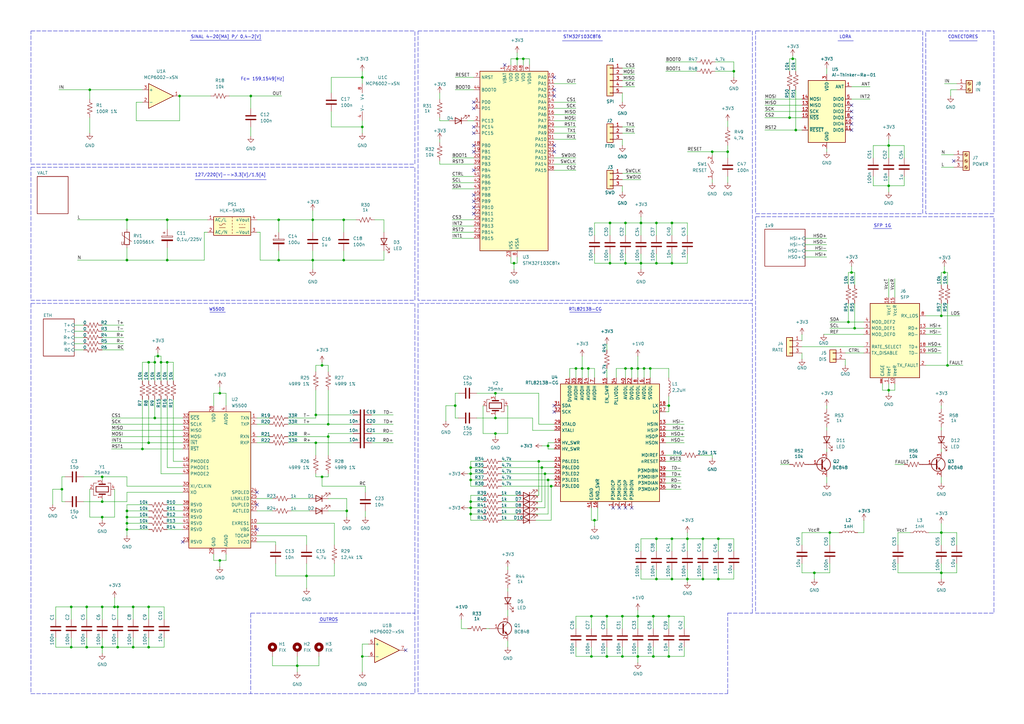
<source format=kicad_sch>
(kicad_sch (version 20231120) (generator "eeschema") (generator_version "8.0")
  (paper "A3")
  (title_block (title "SFP_IC") (date "2025-11-09") (rev "v2.0") (company "UNIFEI-LABTEL") (comment 1 "Autor: Josué Benevides Sanchez"))
  (junction (at 36.83 36.83))
  (junction (at 267.97 269.24))
  (junction (at 129.54 170.18))
  (junction (at 52.07 106.68))
  (junction (at 224.79 196.85))
  (junction (at 214.63 24.13))
  (junction (at 148.59 269.24))
  (junction (at 54.61 265.43))
  (junction (at 114.3 90.17))
  (junction (at 212.09 24.13))
  (junction (at 41.91 195.58))
  (junction (at 203.2 161.29))
  (junction (at 60.96 181.61))
  (junction (at 340.36 218.44))
  (junction (at 60.96 248.92))
  (junction (at 52.07 214.63))
  (junction (at 326.39 53.34))
  (junction (at 388.62 149.86))
  (junction (at 242.57 252.73))
  (junction (at 386.08 218.44))
  (junction (at 142.24 209.55))
  (junction (at 364.49 76.2))
  (junction (at 269.24 91.44))
  (junction (at 250.19 107.95))
  (junction (at 350.52 134.62))
  (junction (at 66.04 148.59))
  (junction (at 29.21 265.43))
  (junction (at 266.7 151.13))
  (junction (at 274.32 252.73))
  (junction (at 288.29 237.49))
  (junction (at 134.62 179.07))
  (junction (at 223.52 194.31))
  (junction (at 256.54 91.44))
  (junction (at 269.24 107.95))
  (junction (at 274.32 269.24))
  (junction (at 68.58 90.17))
  (junction (at 259.08 151.13))
  (junction (at 275.59 237.49))
  (junction (at 250.19 91.44))
  (junction (at 35.56 248.92))
  (junction (at 46.99 248.92))
  (junction (at 224.79 182.88))
  (junction (at 114.3 106.68))
  (junction (at 364.49 160.02))
  (junction (at 288.29 220.98))
  (junction (at 193.04 196.85))
  (junction (at 262.89 91.44))
  (junction (at 262.89 107.95))
  (junction (at 248.92 269.24))
  (junction (at 281.94 237.49))
  (junction (at 255.27 269.24))
  (junction (at 193.04 210.82))
  (junction (at 255.27 252.73))
  (junction (at 121.92 273.05))
  (junction (at 264.16 151.13))
  (junction (at 52.07 90.17))
  (junction (at 54.61 248.92))
  (junction (at 48.26 248.92))
  (junction (at 248.92 252.73))
  (junction (at 129.54 181.61))
  (junction (at 134.62 173.99))
  (junction (at 63.5 148.59))
  (junction (at 128.27 106.68))
  (junction (at 52.07 209.55))
  (junction (at 256.54 107.95))
  (junction (at 203.2 177.8))
  (junction (at 193.04 194.31))
  (junction (at 203.2 171.45))
  (junction (at 256.54 151.13))
  (junction (at 298.45 62.23))
  (junction (at 281.94 220.98))
  (junction (at 193.04 208.28))
  (junction (at 325.12 24.13))
  (junction (at 68.58 106.68))
  (junction (at 347.98 132.08))
  (junction (at 41.91 205.74))
  (junction (at 48.26 265.43))
  (junction (at 274.32 166.37))
  (junction (at 90.17 161.29))
  (junction (at 386.08 129.54))
  (junction (at 41.91 265.43))
  (junction (at 238.76 151.13))
  (junction (at 64.77 146.05))
  (junction (at 226.06 199.39))
  (junction (at 386.08 234.95))
  (junction (at 73.66 39.37))
  (junction (at 193.04 191.77))
  (junction (at 220.98 189.23))
  (junction (at 275.59 91.44))
  (junction (at 148.59 52.07))
  (junction (at 292.1 62.23))
  (junction (at 210.82 107.95))
  (junction (at 222.25 191.77))
  (junction (at 41.91 212.09))
  (junction (at 186.69 166.37))
  (junction (at 125.73 236.22))
  (junction (at 294.64 220.98))
  (junction (at 140.97 106.68))
  (junction (at 387.35 111.76))
  (junction (at 269.24 220.98))
  (junction (at 323.85 48.26))
  (junction (at 60.96 148.59))
  (junction (at 261.62 269.24))
  (junction (at 35.56 265.43))
  (junction (at 261.62 252.73))
  (junction (at 334.01 234.95))
  (junction (at 132.08 195.58))
  (junction (at 364.49 59.69))
  (junction (at 41.91 248.92))
  (junction (at 300.99 29.21))
  (junction (at 269.24 237.49))
  (junction (at 275.59 220.98))
  (junction (at 236.22 151.13))
  (junction (at 148.59 31.75))
  (junction (at 349.25 111.76))
  (junction (at 68.58 148.59))
  (junction (at 58.42 184.15))
  (junction (at 140.97 90.17))
  (junction (at 52.07 217.17))
  (junction (at 102.87 39.37))
  (junction (at 29.21 248.92))
  (junction (at 25.4 200.66))
  (junction (at 128.27 90.17))
  (junction (at 90.17 229.87))
  (junction (at 267.97 252.73))
  (junction (at 243.84 213.36))
  (junction (at 241.3 151.13))
  (junction (at 132.08 149.86))
  (junction (at 275.59 107.95))
  (junction (at 261.62 151.13))
  (junction (at 63.5 171.45))
  (junction (at 294.64 237.49))
  (junction (at 52.07 212.09))
  (junction (at 60.96 265.43))
  (junction (at 242.57 269.24))
  (junction (at 193.04 205.74))
  (no_connect (at 349.25 50.8))
  (no_connect (at 251.46 208.28))
  (no_connect (at 391.16 66.04))
  (no_connect (at 227.33 36.83))
  (no_connect (at 194.31 82.55))
  (no_connect (at 166.37 266.7))
  (no_connect (at 227.33 166.37))
  (no_connect (at 194.31 54.61))
  (no_connect (at 227.33 62.23))
  (no_connect (at 194.31 41.91))
  (no_connect (at 194.31 80.01))
  (no_connect (at 227.33 39.37))
  (no_connect (at 227.33 168.91))
  (no_connect (at 349.25 48.26))
  (no_connect (at 259.08 208.28))
  (no_connect (at 105.41 201.93))
  (no_connect (at 349.25 45.72))
  (no_connect (at 194.31 59.69))
  (no_connect (at 207.01 26.67))
  (no_connect (at 105.41 207.01))
  (no_connect (at 105.41 217.17))
  (no_connect (at 227.33 31.75))
  (no_connect (at 194.31 44.45))
  (no_connect (at 194.31 52.07))
  (no_connect (at 349.25 53.34))
  (no_connect (at 194.31 62.23))
  (no_connect (at 349.25 43.18))
  (no_connect (at 227.33 59.69))
  (no_connect (at 194.31 85.09))
  (no_connect (at 194.31 69.85))
  (no_connect (at 256.54 208.28))
  (no_connect (at 254 208.28))
  (no_connect (at 194.31 87.63))
  (no_connect (at 74.93 222.25))
  (wire (pts (xy 262.89 233.68) (xy 262.89 237.49)))
  (wire (pts (xy 275.59 104.14) (xy 275.59 107.95)))
  (wire (pts (xy 243.84 104.14) (xy 243.84 107.95)))
  (wire (pts (xy 220.98 173.99) (xy 220.98 161.29)))
  (wire (pts (xy 350.52 124.46) (xy 350.52 134.62)))
  (wire (pts (xy 63.5 163.83) (xy 63.5 171.45)))
  (wire (pts (xy 368.3 231.14) (xy 368.3 234.95)))
  (wire (pts (xy 58.42 163.83) (xy 58.42 184.15)))
  (wire (pts (xy 68.58 212.09) (xy 74.93 212.09)))
  (wire (pts (xy 358.14 76.2) (xy 364.49 76.2)))
  (wire (pts (xy 313.69 48.26) (xy 323.85 48.26)))
  (wire (pts (xy 267.97 257.81) (xy 267.97 252.73)))
  (wire (pts (xy 227.33 34.29) (xy 236.22 34.29)))
  (wire (pts (xy 185.42 95.25) (xy 194.31 95.25)))
  (wire (pts (xy 269.24 233.68) (xy 269.24 237.49)))
  (wire (pts (xy 255.27 54.61) (xy 260.35 54.61)))
  (wire (pts (xy 255.27 27.94) (xy 260.35 27.94)))
  (wire (pts (xy 323.85 29.21) (xy 323.85 24.13)))
  (wire (pts (xy 243.84 151.13) (xy 243.84 154.94)))
  (wire (pts (xy 288.29 233.68) (xy 288.29 237.49)))
  (wire (pts (xy 267.97 269.24) (xy 274.32 269.24)))
  (wire (pts (xy 220.98 189.23) (xy 227.33 189.23)))
  (wire (pts (xy 281.94 62.23) (xy 292.1 62.23)))
  (wire (pts (xy 313.69 40.64) (xy 328.93 40.64)))
  (wire (pts (xy 60.96 148.59) (xy 58.42 148.59)))
  (wire (pts (xy 41.91 140.97) (xy 50.8 140.97)))
  (wire (pts (xy 132.08 195.58) (xy 134.62 195.58)))
  (wire (pts (xy 347.98 124.46) (xy 347.98 132.08)))
  (wire (pts (xy 193.04 194.31) (xy 193.04 191.77)))
  (wire (pts (xy 294.64 233.68) (xy 294.64 237.49)))
  (wire (pts (xy 241.3 151.13) (xy 243.84 151.13)))
  (wire (pts (xy 68.58 163.83) (xy 68.58 191.77)))
  (wire (pts (xy 129.54 181.61) (xy 129.54 186.69)))
  (wire (pts (xy 358.14 59.69) (xy 364.49 59.69)))
  (wire (pts (xy 292.1 73.66) (xy 292.1 74.93)))
  (wire (pts (xy 113.03 236.22) (xy 125.73 236.22)))
  (wire (pts (xy 386.08 175.26) (xy 386.08 176.53)))
  (polyline (pts (xy 343.662 16.764) (xy 350.012 16.764)))
  (wire (pts (xy 21.59 200.66) (xy 25.4 200.66)))
  (wire (pts (xy 238.76 146.05) (xy 238.76 151.13)))
  (wire (pts (xy 379.73 137.16) (xy 386.08 137.16)))
  (wire (pts (xy 134.62 204.47) (xy 142.24 204.47)))
  (wire (pts (xy 389.89 36.83) (xy 392.43 36.83)))
  (wire (pts (xy 31.75 90.17) (xy 52.07 90.17)))
  (wire (pts (xy 148.59 269.24) (xy 151.13 269.24)))
  (wire (pts (xy 274.32 151.13) (xy 266.7 151.13)))
  (wire (pts (xy 134.62 177.8) (xy 134.62 179.07)))
  (wire (pts (xy 180.34 67.31) (xy 194.31 67.31)))
  (wire (pts (xy 68.58 214.63) (xy 74.93 214.63)))
  (wire (pts (xy 298.45 49.53) (xy 298.45 52.07)))
  (polyline (pts (xy 298.45 284.48) (xy 298.45 251.46)) (stroke (width 0) (type dash)))
  (wire (pts (xy 368.3 218.44) (xy 373.38 218.44)))
  (wire (pts (xy 379.73 129.54) (xy 386.08 129.54)))
  (wire (pts (xy 157.48 90.17) (xy 153.67 90.17)))
  (wire (pts (xy 68.58 209.55) (xy 74.93 209.55)))
  (wire (pts (xy 294.64 220.98) (xy 300.99 220.98)))
  (wire (pts (xy 379.73 149.86) (xy 388.62 149.86)))
  (wire (pts (xy 203.2 161.29) (xy 203.2 162.56)))
  (wire (pts (xy 261.62 151.13) (xy 261.62 154.94)))
  (wire (pts (xy 274.32 162.56) (xy 274.32 166.37)))
  (wire (pts (xy 52.07 209.55) (xy 52.07 212.09)))
  (wire (pts (xy 71.12 163.83) (xy 71.12 189.23)))
  (wire (pts (xy 52.07 106.68) (xy 68.58 106.68)))
  (wire (pts (xy 269.24 91.44) (xy 262.89 91.44)))
  (wire (pts (xy 281.94 220.98) (xy 281.94 226.06)))
  (wire (pts (xy 292.1 186.69) (xy 287.02 186.69)))
  (wire (pts (xy 118.11 181.61) (xy 129.54 181.61)))
  (wire (pts (xy 74.93 201.93) (xy 52.07 201.93)))
  (wire (pts (xy 148.59 52.07) (xy 148.59 54.61)))
  (wire (pts (xy 274.32 269.24) (xy 280.67 269.24)))
  (wire (pts (xy 255.27 35.56) (xy 260.35 35.56)))
  (wire (pts (xy 261.62 146.05) (xy 261.62 151.13)))
  (wire (pts (xy 140.97 90.17) (xy 128.27 90.17)))
  (wire (pts (xy 386.08 218.44) (xy 386.08 223.52)))
  (wire (pts (xy 118.11 171.45) (xy 129.54 171.45)))
  (wire (pts (xy 236.22 257.81) (xy 236.22 252.73)))
  (wire (pts (xy 250.19 91.44) (xy 256.54 91.44)))
  (wire (pts (xy 387.35 109.22) (xy 387.35 111.76)))
  (wire (pts (xy 142.24 204.47) (xy 142.24 209.55)))
  (wire (pts (xy 93.98 39.37) (xy 102.87 39.37)))
  (wire (pts (xy 273.05 200.66) (xy 279.4 200.66)))
  (wire (pts (xy 111.76 269.24) (xy 111.76 273.05)))
  (polyline (pts (xy 12.7 124.46) (xy 12.7 284.48)) (stroke (width 0) (type dash)))
  (polyline (pts (xy 389.382 16.764) (xy 400.812 16.764)))
  (wire (pts (xy 193.04 203.2) (xy 198.12 203.2)))
  (wire (pts (xy 137.16 214.63) (xy 105.41 214.63)))
  (wire (pts (xy 48.26 248.92) (xy 54.61 248.92)))
  (wire (pts (xy 243.84 213.36) (xy 245.11 213.36)))
  (wire (pts (xy 45.72 179.07) (xy 74.93 179.07)))
  (wire (pts (xy 54.61 265.43) (xy 60.96 265.43)))
  (wire (pts (xy 180.34 66.04) (xy 180.34 67.31)))
  (wire (pts (xy 208.28 232.41) (xy 208.28 233.68)))
  (wire (pts (xy 209.55 26.67) (xy 209.55 24.13)))
  (wire (pts (xy 25.4 205.74) (xy 26.67 205.74)))
  (wire (pts (xy 217.17 24.13) (xy 217.17 26.67)))
  (wire (pts (xy 102.87 44.45) (xy 102.87 39.37)))
  (wire (pts (xy 323.85 36.83) (xy 323.85 48.26)))
  (wire (pts (xy 41.91 265.43) (xy 41.91 267.97)))
  (wire (pts (xy 347.98 132.08) (xy 354.33 132.08)))
  (wire (pts (xy 386.08 184.15) (xy 386.08 185.42)))
  (wire (pts (xy 292.1 187.96) (xy 292.1 186.69)))
  (wire (pts (xy 273.05 189.23) (xy 279.4 189.23)))
  (wire (pts (xy 281.94 233.68) (xy 281.94 237.49)))
  (wire (pts (xy 326.39 53.34) (xy 328.93 53.34)))
  (wire (pts (xy 242.57 265.43) (xy 242.57 269.24)))
  (wire (pts (xy 186.69 161.29) (xy 186.69 166.37)))
  (wire (pts (xy 224.79 182.88) (xy 224.79 181.61)))
  (wire (pts (xy 334.01 234.95) (xy 334.01 237.49)))
  (wire (pts (xy 152.4 181.61) (xy 161.29 181.61)))
  (wire (pts (xy 269.24 107.95) (xy 275.59 107.95)))
  (wire (pts (xy 198.12 177.8) (xy 203.2 177.8)))
  (wire (pts (xy 193.04 205.74) (xy 198.12 205.74)))
  (wire (pts (xy 25.4 200.66) (xy 25.4 205.74)))
  (wire (pts (xy 205.74 191.77) (xy 222.25 191.77)))
  (wire (pts (xy 256.54 104.14) (xy 256.54 107.95)))
  (wire (pts (xy 113.03 223.52) (xy 113.03 222.25)))
  (wire (pts (xy 66.04 194.31) (xy 74.93 194.31)))
  (wire (pts (xy 242.57 269.24) (xy 248.92 269.24)))
  (wire (pts (xy 35.56 265.43) (xy 41.91 265.43)))
  (wire (pts (xy 199.39 257.81) (xy 200.66 257.81)))
  (wire (pts (xy 212.09 24.13) (xy 214.63 24.13)))
  (wire (pts (xy 274.32 154.94) (xy 274.32 151.13)))
  (wire (pts (xy 58.42 41.91) (xy 55.88 41.91)))
  (wire (pts (xy 236.22 265.43) (xy 236.22 269.24)))
  (wire (pts (xy 220.98 189.23) (xy 220.98 203.2)))
  (wire (pts (xy 248.92 257.81) (xy 248.92 252.73)))
  (wire (pts (xy 137.16 231.14) (xy 137.16 236.22)))
  (wire (pts (xy 198.12 166.37) (xy 198.12 177.8)))
  (wire (pts (xy 132.08 149.86) (xy 129.54 149.86)))
  (wire (pts (xy 392.43 231.14) (xy 392.43 234.95)))
  (wire (pts (xy 261.62 151.13) (xy 264.16 151.13)))
  (wire (pts (xy 60.96 207.01) (xy 52.07 207.01)))
  (wire (pts (xy 219.71 210.82) (xy 224.79 210.82)))
  (wire (pts (xy 273.05 181.61) (xy 280.67 181.61)))
  (wire (pts (xy 236.22 269.24) (xy 242.57 269.24)))
  (wire (pts (xy 269.24 91.44) (xy 275.59 91.44)))
  (wire (pts (xy 349.25 111.76) (xy 347.98 111.76)))
  (wire (pts (xy 148.59 29.21) (xy 148.59 31.75)))
  (wire (pts (xy 121.92 269.24) (xy 121.92 273.05)))
  (wire (pts (xy 157.48 102.87) (xy 157.48 106.68)))
  (wire (pts (xy 41.91 265.43) (xy 48.26 265.43)))
  (wire (pts (xy 364.49 57.15) (xy 364.49 59.69)))
  (wire (pts (xy 45.72 176.53) (xy 74.93 176.53)))
  (wire (pts (xy 212.09 24.13) (xy 212.09 26.67)))
  (wire (pts (xy 193.04 213.36) (xy 193.04 210.82)))
  (wire (pts (xy 68.58 148.59) (xy 66.04 148.59)))
  (wire (pts (xy 275.59 91.44) (xy 275.59 96.52)))
  (wire (pts (xy 185.42 92.71) (xy 194.31 92.71)))
  (polyline (pts (xy 233.68 128.016) (xy 246.38 128.016)))
  (wire (pts (xy 328.93 223.52) (xy 328.93 218.44)))
  (polyline (pts (xy 308.61 251.46) (xy 308.61 124.46)) (stroke (width 0) (type dash)))
  (wire (pts (xy 22.86 254) (xy 22.86 248.92)))
  (wire (pts (xy 60.96 248.92) (xy 67.31 248.92)))
  (wire (pts (xy 157.48 106.68) (xy 140.97 106.68)))
  (wire (pts (xy 273.05 193.04) (xy 279.4 193.04)))
  (wire (pts (xy 66.04 163.83) (xy 66.04 194.31)))
  (wire (pts (xy 52.07 93.98) (xy 52.07 90.17)))
  (wire (pts (xy 300.99 220.98) (xy 300.99 226.06)))
  (wire (pts (xy 149.86 199.39) (xy 132.08 199.39)))
  (wire (pts (xy 186.69 166.37) (xy 186.69 171.45)))
  (wire (pts (xy 185.42 64.77) (xy 194.31 64.77)))
  (wire (pts (xy 30.48 138.43) (xy 34.29 138.43)))
  (wire (pts (xy 185.42 77.47) (xy 194.31 77.47)))
  (wire (pts (xy 367.03 114.3) (xy 367.03 121.92)))
  (wire (pts (xy 269.24 96.52) (xy 269.24 91.44)))
  (wire (pts (xy 105.41 179.07) (xy 110.49 179.07)))
  (wire (pts (xy 273.05 198.12) (xy 279.4 198.12)))
  (wire (pts (xy 313.69 53.34) (xy 326.39 53.34)))
  (wire (pts (xy 92.71 229.87) (xy 92.71 227.33)))
  (wire (pts (xy 275.59 91.44) (xy 281.94 91.44)))
  (wire (pts (xy 60.96 181.61) (xy 74.93 181.61)))
  (wire (pts (xy 54.61 261.62) (xy 54.61 265.43)))
  (wire (pts (xy 252.73 151.13) (xy 256.54 151.13)))
  (wire (pts (xy 191.77 208.28) (xy 193.04 208.28)))
  (wire (pts (xy 370.84 64.77) (xy 370.84 59.69)))
  (wire (pts (xy 243.84 107.95) (xy 250.19 107.95)))
  (wire (pts (xy 328.93 142.24) (xy 354.33 142.24)))
  (wire (pts (xy 233.68 154.94) (xy 233.68 151.13)))
  (wire (pts (xy 210.82 107.95) (xy 212.09 107.95)))
  (wire (pts (xy 41.91 143.51) (xy 50.8 143.51)))
  (wire (pts (xy 30.48 133.35) (xy 34.29 133.35)))
  (wire (pts (xy 269.24 104.14) (xy 269.24 107.95)))
  (wire (pts (xy 189.23 257.81) (xy 189.23 254)))
  (wire (pts (xy 140.97 90.17) (xy 146.05 90.17)))
  (wire (pts (xy 262.89 107.95) (xy 269.24 107.95)))
  (wire (pts (xy 354.33 213.36) (xy 354.33 218.44)))
  (wire (pts (xy 129.54 194.31) (xy 129.54 195.58)))
  (wire (pts (xy 349.25 40.64) (xy 356.87 40.64)))
  (wire (pts (xy 386.08 166.37) (xy 386.08 167.64)))
  (wire (pts (xy 129.54 170.18) (xy 144.78 170.18)))
  (polyline (pts (xy 171.45 284.48) (xy 298.45 284.48)) (stroke (width 0) (type dash)))
  (wire (pts (xy 45.72 181.61) (xy 60.96 181.61)))
  (wire (pts (xy 205.74 199.39) (xy 226.06 199.39)))
  (wire (pts (xy 41.91 212.09) (xy 41.91 213.36)))
  (wire (pts (xy 105.41 171.45) (xy 110.49 171.45)))
  (wire (pts (xy 339.09 102.87) (xy 330.2 102.87)))
  (wire (pts (xy 198.12 213.36) (xy 193.04 213.36)))
  (wire (pts (xy 52.07 195.58) (xy 41.91 195.58)))
  (wire (pts (xy 248.92 151.13) (xy 248.92 154.94)))
  (wire (pts (xy 280.67 269.24) (xy 280.67 265.43)))
  (wire (pts (xy 242.57 252.73) (xy 248.92 252.73)))
  (wire (pts (xy 281.94 218.44) (xy 281.94 220.98)))
  (wire (pts (xy 52.07 101.6) (xy 52.07 106.68)))
  (wire (pts (xy 22.86 248.92) (xy 29.21 248.92)))
  (wire (pts (xy 45.72 173.99) (xy 74.93 173.99)))
  (wire (pts (xy 130.81 273.05) (xy 130.81 269.24)))
  (wire (pts (xy 323.85 24.13) (xy 325.12 24.13)))
  (wire (pts (xy 92.71 166.37) (xy 92.71 161.29)))
  (wire (pts (xy 227.33 184.15) (xy 224.79 184.15)))
  (wire (pts (xy 350.52 111.76) (xy 350.52 116.84)))
  (polyline (pts (xy 12.7 124.46) (xy 170.18 124.46)) (stroke (width 0) (type dash)))
  (wire (pts (xy 261.62 269.24) (xy 261.62 271.78)))
  (wire (pts (xy 191.77 49.53) (xy 194.31 49.53)))
  (wire (pts (xy 128.27 102.87) (xy 128.27 106.68)))
  (wire (pts (xy 388.62 149.86) (xy 394.97 149.86)))
  (wire (pts (xy 41.91 248.92) (xy 46.99 248.92)))
  (wire (pts (xy 386.08 234.95) (xy 386.08 237.49)))
  (polyline (pts (xy 12.7 284.48) (xy 102.87 284.48)) (stroke (width 0) (type dash)))
  (wire (pts (xy 92.71 161.29) (xy 90.17 161.29)))
  (wire (pts (xy 68.58 101.6) (xy 68.58 106.68)))
  (wire (pts (xy 346.71 144.78) (xy 354.33 144.78)))
  (wire (pts (xy 368.3 223.52) (xy 368.3 218.44)))
  (wire (pts (xy 195.58 171.45) (xy 203.2 171.45)))
  (wire (pts (xy 35.56 248.92) (xy 41.91 248.92)))
  (wire (pts (xy 68.58 191.77) (xy 74.93 191.77)))
  (wire (pts (xy 203.2 177.8) (xy 208.28 177.8)))
  (wire (pts (xy 255.27 76.2) (xy 255.27 78.74)))
  (wire (pts (xy 255.27 73.66) (xy 262.89 73.66)))
  (wire (pts (xy 29.21 265.43) (xy 35.56 265.43)))
  (wire (pts (xy 262.89 107.95) (xy 262.89 110.49)))
  (wire (pts (xy 300.99 29.21) (xy 293.37 29.21)))
  (wire (pts (xy 294.64 220.98) (xy 294.64 226.06)))
  (wire (pts (xy 60.96 148.59) (xy 60.96 156.21)))
  (wire (pts (xy 137.16 223.52) (xy 137.16 214.63)))
  (wire (pts (xy 152.4 173.99) (xy 161.29 173.99)))
  (wire (pts (xy 52.07 217.17) (xy 60.96 217.17)))
  (wire (pts (xy 326.39 24.13) (xy 325.12 24.13)))
  (wire (pts (xy 87.63 161.29) (xy 87.63 166.37)))
  (wire (pts (xy 389.89 39.37) (xy 389.89 36.83)))
  (wire (pts (xy 386.08 234.95) (xy 386.08 231.14)))
  (polyline (pts (xy 171.45 124.46) (xy 171.45 284.48)) (stroke (width 0) (type dash)))
  (wire (pts (xy 135.89 45.72) (xy 135.89 52.07)))
  (wire (pts (xy 119.38 209.55) (xy 127 209.55)))
  (wire (pts (xy 114.3 106.68) (xy 128.27 106.68)))
  (wire (pts (xy 29.21 248.92) (xy 35.56 248.92)))
  (wire (pts (xy 21.59 207.01) (xy 21.59 200.66)))
  (polyline (pts (xy 358.14 93.726) (xy 365.76 93.726)))
  (wire (pts (xy 219.71 208.28) (xy 223.52 208.28)))
  (wire (pts (xy 36.83 48.26) (xy 36.83 54.61)))
  (wire (pts (xy 58.42 184.15) (xy 74.93 184.15)))
  (wire (pts (xy 193.04 194.31) (xy 198.12 194.31)))
  (polyline (pts (xy 80.01 73.66) (xy 109.22 73.66)))
  (wire (pts (xy 364.49 76.2) (xy 364.49 78.74)))
  (wire (pts (xy 386.08 68.58) (xy 391.16 68.58)))
  (wire (pts (xy 180.34 49.53) (xy 184.15 49.53)))
  (wire (pts (xy 313.69 43.18) (xy 328.93 43.18)))
  (wire (pts (xy 274.32 252.73) (xy 280.67 252.73)))
  (wire (pts (xy 52.07 199.39) (xy 52.07 195.58)))
  (wire (pts (xy 134.62 195.58) (xy 134.62 194.31)))
  (wire (pts (xy 135.89 31.75) (xy 148.59 31.75)))
  (wire (pts (xy 185.42 97.79) (xy 194.31 97.79)))
  (wire (pts (xy 273.05 176.53) (xy 280.67 176.53)))
  (wire (pts (xy 267.97 269.24) (xy 261.62 269.24)))
  (wire (pts (xy 328.93 234.95) (xy 334.01 234.95)))
  (wire (pts (xy 326.39 36.83) (xy 326.39 53.34)))
  (wire (pts (xy 90.17 158.75) (xy 90.17 161.29)))
  (wire (pts (xy 41.91 195.58) (xy 41.91 196.85)))
  (wire (pts (xy 102.87 52.07) (xy 102.87 55.88)))
  (wire (pts (xy 193.04 199.39) (xy 193.04 196.85)))
  (wire (pts (xy 261.62 252.73) (xy 255.27 252.73)))
  (wire (pts (xy 180.34 38.1) (xy 180.34 40.64)))
  (wire (pts (xy 46.99 245.11) (xy 46.99 248.92)))
  (wire (pts (xy 55.88 49.53) (xy 73.66 49.53)))
  (wire (pts (xy 346.71 149.86) (xy 346.71 147.32)))
  (wire (pts (xy 300.99 29.21) (xy 300.99 31.75)))
  (wire (pts (xy 339.09 60.96) (xy 339.09 62.23)))
  (wire (pts (xy 255.27 30.48) (xy 260.35 30.48)))
  (wire (pts (xy 87.63 229.87) (xy 90.17 229.87)))
  (wire (pts (xy 255.27 57.15) (xy 255.27 59.69)))
  (wire (pts (xy 242.57 257.81) (xy 242.57 252.73)))
  (wire (pts (xy 236.22 252.73) (xy 242.57 252.73)))
  (wire (pts (xy 223.52 194.31) (xy 227.33 194.31)))
  (wire (pts (xy 128.27 95.25) (xy 128.27 90.17)))
  (wire (pts (xy 63.5 171.45) (xy 74.93 171.45)))
  (wire (pts (xy 45.72 184.15) (xy 58.42 184.15)))
  (wire (pts (xy 29.21 248.92) (xy 29.21 254)))
  (wire (pts (xy 349.25 109.22) (xy 349.25 111.76)))
  (wire (pts (xy 339.09 100.33) (xy 330.2 100.33)))
  (wire (pts (xy 212.09 107.95) (xy 212.09 105.41)))
  (wire (pts (xy 67.31 248.92) (xy 67.31 254)))
  (wire (pts (xy 280.67 252.73) (xy 280.67 257.81)))
  (wire (pts (xy 68.58 217.17) (xy 74.93 217.17)))
  (wire (pts (xy 46.99 212.09) (xy 46.99 200.66)))
  (wire (pts (xy 298.45 72.39) (xy 298.45 74.93)))
  (wire (pts (xy 334.01 234.95) (xy 340.36 234.95)))
  (wire (pts (xy 132.08 199.39) (xy 132.08 195.58)))
  (wire (pts (xy 262.89 96.52) (xy 262.89 91.44)))
  (wire (pts (xy 261.62 269.24) (xy 255.27 269.24)))
  (wire (pts (xy 193.04 208.28) (xy 193.04 205.74)))
  (wire (pts (xy 52.07 214.63) (xy 52.07 217.17)))
  (polyline (pts (xy 170.18 251.46) (xy 170.18 124.46)) (stroke (width 0) (type dash)))
  (wire (pts (xy 41.91 138.43) (xy 50.8 138.43)))
  (wire (pts (xy 125.73 223.52) (xy 125.73 219.71)))
  (wire (pts (xy 205.74 203.2) (xy 212.09 203.2)))
  (wire (pts (xy 60.96 261.62) (xy 60.96 265.43)))
  (wire (pts (xy 48.26 261.62) (xy 48.26 265.43)))
  (wire (pts (xy 129.54 160.02) (xy 129.54 170.18)))
  (wire (pts (xy 340.36 134.62) (xy 350.52 134.62)))
  (wire (pts (xy 186.69 171.45) (xy 187.96 171.45)))
  (wire (pts (xy 339.09 195.58) (xy 339.09 198.12)))
  (wire (pts (xy 182.88 172.72) (xy 182.88 166.37)))
  (wire (pts (xy 281.94 237.49) (xy 288.29 237.49)))
  (wire (pts (xy 60.96 248.92) (xy 60.96 254)))
  (wire (pts (xy 134.62 179.07) (xy 134.62 186.69)))
  (wire (pts (xy 90.17 161.29) (xy 87.63 161.29)))
  (wire (pts (xy 205.74 194.31) (xy 223.52 194.31)))
  (polyline (pts (xy 86.106 128.016) (xy 92.456 128.016)))
  (wire (pts (xy 323.85 48.26) (xy 328.93 48.26)))
  (wire (pts (xy 205.74 213.36) (xy 212.09 213.36)))
  (wire (pts (xy 298.45 62.23) (xy 298.45 64.77)))
  (wire (pts (xy 135.89 38.1) (xy 135.89 31.75)))
  (wire (pts (xy 52.07 212.09) (xy 52.07 214.63)))
  (wire (pts (xy 313.69 45.72) (xy 328.93 45.72)))
  (wire (pts (xy 214.63 24.13) (xy 214.63 26.67)))
  (wire (pts (xy 248.92 252.73) (xy 255.27 252.73)))
  (wire (pts (xy 358.14 64.77) (xy 358.14 59.69)))
  (wire (pts (xy 74.93 199.39) (xy 52.07 199.39)))
  (wire (pts (xy 256.54 151.13) (xy 259.08 151.13)))
  (wire (pts (xy 293.37 25.4) (xy 300.99 25.4)))
  (wire (pts (xy 186.69 36.83) (xy 194.31 36.83)))
  (wire (pts (xy 250.19 107.95) (xy 256.54 107.95)))
  (wire (pts (xy 180.34 48.26) (xy 180.34 49.53)))
  (wire (pts (xy 262.89 226.06) (xy 262.89 220.98)))
  (wire (pts (xy 242.57 208.28) (xy 242.57 213.36)))
  (wire (pts (xy 68.58 156.21) (xy 68.58 148.59)))
  (wire (pts (xy 255.27 265.43) (xy 255.27 269.24)))
  (wire (pts (xy 60.96 163.83) (xy 60.96 181.61)))
  (wire (pts (xy 255.27 38.1) (xy 255.27 41.91)))
  (wire (pts (xy 275.59 233.68) (xy 275.59 237.49)))
  (wire (pts (xy 340.36 132.08) (xy 347.98 132.08)))
  (wire (pts (xy 142.24 209.55) (xy 134.62 209.55)))
  (wire (pts (xy 386.08 124.46) (xy 386.08 129.54)))
  (wire (pts (xy 248.92 140.97) (xy 248.92 143.51)))
  (wire (pts (xy 90.17 229.87) (xy 92.71 229.87)))
  (wire (pts (xy 262.89 88.9) (xy 262.89 91.44)))
  (wire (pts (xy 255.27 257.81) (xy 255.27 252.73)))
  (wire (pts (xy 58.42 148.59) (xy 58.42 156.21)))
  (wire (pts (xy 248.92 265.43) (xy 248.92 269.24)))
  (wire (pts (xy 236.22 57.15) (xy 227.33 57.15)))
  (wire (pts (xy 275.59 220.98) (xy 281.94 220.98)))
  (wire (pts (xy 129.54 149.86) (xy 129.54 152.4)))
  (wire (pts (xy 30.48 143.51) (xy 34.29 143.51)))
  (wire (pts (xy 205.74 208.28) (xy 212.09 208.28)))
  (wire (pts (xy 243.84 96.52) (xy 243.84 91.44)))
  (wire (pts (xy 193.04 191.77) (xy 193.04 189.23)))
  (wire (pts (xy 52.07 201.93) (xy 52.07 205.74)))
  (wire (pts (xy 149.86 209.55) (xy 149.86 212.09)))
  (wire (pts (xy 41.91 205.74) (xy 41.91 204.47)))
  (wire (pts (xy 208.28 177.8) (xy 208.28 166.37)))
  (wire (pts (xy 300.99 237.49) (xy 300.99 233.68)))
  (wire (pts (xy 281.94 107.95) (xy 281.94 104.14)))
  (wire (pts (xy 236.22 69.85) (xy 227.33 69.85)))
  (wire (pts (xy 54.61 248.92) (xy 60.96 248.92)))
  (polyline (pts (xy 308.61 124.46) (xy 171.45 124.46)) (stroke (width 0) (type dash)))
  (wire (pts (xy 281.94 91.44) (xy 281.94 96.52)))
  (wire (pts (xy 262.89 104.14) (xy 262.89 107.95)))
  (wire (pts (xy 274.32 166.37) (xy 274.32 168.91)))
  (wire (pts (xy 205.74 189.23) (xy 220.98 189.23)))
  (wire (pts (xy 326.39 29.21) (xy 326.39 24.13)))
  (wire (pts (xy 121.92 273.05) (xy 130.81 273.05)))
  (wire (pts (xy 367.03 157.48) (xy 367.03 160.02)))
  (wire (pts (xy 364.49 72.39) (xy 364.49 76.2)))
  (wire (pts (xy 339.09 27.94) (xy 339.09 30.48)))
  (wire (pts (xy 185.42 72.39) (xy 194.31 72.39)))
  (wire (pts (xy 209.55 105.41) (xy 209.55 107.95)))
  (wire (pts (xy 252.73 154.94) (xy 252.73 151.13)))
  (wire (pts (xy 275.59 107.95) (xy 281.94 107.95)))
  (wire (pts (xy 149.86 201.93) (xy 149.86 199.39)))
  (wire (pts (xy 54.61 248.92) (xy 54.61 254)))
  (wire (pts (xy 198.12 210.82) (xy 193.04 210.82)))
  (wire (pts (xy 71.12 148.59) (xy 68.58 148.59)))
  (wire (pts (xy 118.11 179.07) (xy 134.62 179.07)))
  (wire (pts (xy 392.43 223.52) (xy 392.43 218.44)))
  (wire (pts (xy 370.84 72.39) (xy 370.84 76.2)))
  (wire (pts (xy 350.52 134.62) (xy 354.33 134.62)))
  (wire (pts (xy 274.32 168.91) (xy 273.05 168.91)))
  (wire (pts (xy 157.48 95.25) (xy 157.48 90.17)))
  (wire (pts (xy 264.16 151.13) (xy 264.16 154.94)))
  (wire (pts (xy 288.29 237.49) (xy 294.64 237.49)))
  (wire (pts (xy 135.89 52.07) (xy 148.59 52.07)))
  (wire (pts (xy 140.97 102.87) (xy 140.97 106.68)))
  (wire (pts (xy 151.13 264.16) (xy 148.59 264.16)))
  (wire (pts (xy 30.48 135.89) (xy 34.29 135.89)))
  (wire (pts (xy 269.24 237.49) (xy 275.59 237.49)))
  (wire (pts (xy 294.64 237.49) (xy 300.99 237.49)))
  (wire (pts (xy 364.49 160.02) (xy 364.49 157.48)))
  (wire (pts (xy 191.77 257.81) (xy 189.23 257.81)))
  (wire (pts (xy 60.96 265.43) (xy 67.31 265.43)))
  (wire (pts (xy 52.07 205.74) (xy 41.91 205.74)))
  (wire (pts (xy 31.75 106.68) (xy 52.07 106.68)))
  (wire (pts (xy 114.3 90.17) (xy 114.3 95.25)))
  (wire (pts (xy 193.04 208.28) (xy 198.12 208.28)))
  (wire (pts (xy 238.76 151.13) (xy 241.3 151.13)))
  (wire (pts (xy 227.33 41.91) (xy 236.22 41.91)))
  (wire (pts (xy 250.19 96.52) (xy 250.19 91.44)))
  (wire (pts (xy 132.08 149.86) (xy 132.08 148.59)))
  (wire (pts (xy 224.79 181.61) (xy 227.33 181.61)))
  (wire (pts (xy 267.97 252.73) (xy 261.62 252.73)))
  (wire (pts (xy 339.09 105.41) (xy 330.2 105.41)))
  (wire (pts (xy 106.68 95.25) (xy 106.68 106.68)))
  (wire (pts (xy 227.33 49.53) (xy 236.22 49.53)))
  (wire (pts (xy 52.07 217.17) (xy 52.07 219.71)))
  (wire (pts (xy 71.12 156.21) (xy 71.12 148.59)))
  (wire (pts (xy 193.04 210.82) (xy 193.04 208.28)))
  (wire (pts (xy 128.27 90.17) (xy 114.3 90.17)))
  (wire (pts (xy 41.91 212.09) (xy 46.99 212.09)))
  (wire (pts (xy 134.62 149.86) (xy 132.08 149.86)))
  (wire (pts (xy 273.05 195.58) (xy 279.4 195.58)))
  (wire (pts (xy 339.09 176.53) (xy 339.09 175.26)))
  (wire (pts (xy 105.41 204.47) (xy 111.76 204.47)))
  (wire (pts (xy 255.27 52.07) (xy 260.35 52.07)))
  (wire (pts (xy 193.04 205.74) (xy 193.04 203.2)))
  (wire (pts (xy 34.29 195.58) (xy 41.91 195.58)))
  (wire (pts (xy 292.1 63.5) (xy 292.1 62.23)))
  (wire (pts (xy 281.94 220.98) (xy 288.29 220.98)))
  (wire (pts (xy 26.67 195.58) (xy 25.4 195.58)))
  (wire (pts (xy 129.54 170.18) (xy 129.54 171.45)))
  (wire (pts (xy 340.36 234.95) (xy 340.36 231.14)))
  (polyline (pts (xy 77.978 16.51) (xy 107.188 16.51)))
  (wire (pts (xy 325.12 22.86) (xy 325.12 24.13)))
  (wire (pts (xy 66.04 156.21) (xy 66.04 148.59)))
  (wire (pts (xy 288.29 220.98) (xy 294.64 220.98)))
  (wire (pts (xy 262.89 107.95) (xy 256.54 107.95)))
  (wire (pts (xy 134.62 173.99) (xy 144.78 173.99)))
  (polyline (pts (xy 130.81 255.27) (xy 138.43 255.27)))
  (wire (pts (xy 137.16 236.22) (xy 125.73 236.22)))
  (wire (pts (xy 386.08 195.58) (xy 386.08 198.12)))
  (wire (pts (xy 386.08 63.5) (xy 391.16 63.5)))
  (wire (pts (xy 205.74 205.74) (xy 212.09 205.74)))
  (wire (pts (xy 219.71 205.74) (xy 222.25 205.74)))
  (wire (pts (xy 48.26 265.43) (xy 54.61 265.43)))
  (wire (pts (xy 273.05 25.4) (xy 285.75 25.4)))
  (wire (pts (xy 41.91 133.35) (xy 50.8 133.35)))
  (wire (pts (xy 208.28 262.89) (xy 208.28 265.43)))
  (polyline (pts (xy 298.45 251.46) (xy 308.61 251.46)) (stroke (width 0) (type dash)))
  (wire (pts (xy 22.86 261.62) (xy 22.86 265.43)))
  (wire (pts (xy 361.95 157.48) (xy 361.95 160.02)))
  (wire (pts (xy 269.24 220.98) (xy 269.24 226.06)))
  (wire (pts (xy 236.22 151.13) (xy 238.76 151.13)))
  (wire (pts (xy 368.3 234.95) (xy 386.08 234.95)))
  (wire (pts (xy 41.91 248.92) (xy 41.91 254)))
  (wire (pts (xy 68.58 90.17) (xy 85.09 90.17)))
  (wire (pts (xy 87.63 227.33) (xy 87.63 229.87)))
  (wire (pts (xy 241.3 151.13) (xy 241.3 154.94)))
  (wire (pts (xy 119.38 204.47) (xy 127 204.47)))
  (wire (pts (xy 224.79 210.82) (xy 224.79 196.85)))
  (wire (pts (xy 328.93 231.14) (xy 328.93 234.95)))
  (wire (pts (xy 236.22 151.13) (xy 236.22 154.94)))
  (wire (pts (xy 148.59 52.07) (xy 148.59 49.53)))
  (wire (pts (xy 379.73 134.62) (xy 386.08 134.62)))
  (wire (pts (xy 328.93 218.44) (xy 340.36 218.44)))
  (wire (pts (xy 349.25 35.56) (xy 356.87 35.56)))
  (wire (pts (xy 370.84 59.69) (xy 364.49 59.69)))
  (wire (pts (xy 261.62 257.81) (xy 261.62 252.73)))
  (wire (pts (xy 300.99 25.4) (xy 300.99 29.21)))
  (wire (pts (xy 193.04 191.77) (xy 198.12 191.77)))
  (wire (pts (xy 210.82 107.95) (xy 210.82 110.49)))
  (wire (pts (xy 128.27 106.68) (xy 128.27 110.49)))
  (wire (pts (xy 203.2 177.8) (xy 203.2 179.07)))
  (wire (pts (xy 243.84 213.36) (xy 243.84 215.9)))
  (wire (pts (xy 198.12 199.39) (xy 193.04 199.39)))
  (wire (pts (xy 379.73 142.24) (xy 386.08 142.24)))
  (wire (pts (xy 292.1 62.23) (xy 298.45 62.23)))
  (wire (pts (xy 203.2 161.29) (xy 220.98 161.29)))
  (wire (pts (xy 273.05 173.99) (xy 280.67 173.99)))
  (wire (pts (xy 212.09 21.59) (xy 212.09 24.13)))
  (wire (pts (xy 354.33 218.44) (xy 351.79 218.44)))
  (wire (pts (xy 148.59 264.16) (xy 148.59 269.24)))
  (wire (pts (xy 392.43 234.95) (xy 386.08 234.95)))
  (wire (pts (xy 36.83 40.64) (xy 36.83 36.83)))
  (wire (pts (xy 125.73 231.14) (xy 125.73 236.22)))
  (wire (pts (xy 255.27 33.02) (xy 260.35 33.02)))
  (wire (pts (xy 226.06 199.39) (xy 227.33 199.39)))
  (wire (pts (xy 224.79 184.15) (xy 224.79 182.88)))
  (wire (pts (xy 191.77 194.31) (xy 193.04 194.31)))
  (wire (pts (xy 52.07 212.09) (xy 60.96 212.09)))
  (wire (pts (xy 22.86 265.43) (xy 29.21 265.43)))
  (wire (pts (xy 274.32 265.43) (xy 274.32 269.24)))
  (wire (pts (xy 66.04 146.05) (xy 64.77 146.05)))
  (wire (pts (xy 298.45 59.69) (xy 298.45 62.23)))
  (wire (pts (xy 328.93 137.16) (xy 328.93 139.7)))
  (wire (pts (xy 242.57 213.36) (xy 243.84 213.36)))
  (wire (pts (xy 256.54 96.52) (xy 256.54 91.44)))
  (wire (pts (xy 83.82 95.25) (xy 83.82 106.68)))
  (wire (pts (xy 36.83 36.83) (xy 58.42 36.83)))
  (wire (pts (xy 105.41 209.55) (xy 111.76 209.55)))
  (wire (pts (xy 63.5 148.59) (xy 63.5 156.21)))
  (wire (pts (xy 41.91 135.89) (xy 50.8 135.89)))
  (wire (pts (xy 262.89 220.98) (xy 269.24 220.98)))
  (wire (pts (xy 24.13 36.83) (xy 36.83 36.83)))
  (wire (pts (xy 273.05 186.69) (xy 279.4 186.69)))
  (wire (pts (xy 273.05 179.07) (xy 280.67 179.07)))
  (wire (pts (xy 250.19 104.14) (xy 250.19 107.95)))
  (wire (pts (xy 364.49 160.02) (xy 364.49 161.29)))
  (wire (pts (xy 55.88 41.91) (xy 55.88 49.53)))
  (wire (pts (xy 386.08 218.44) (xy 392.43 218.44)))
  (wire (pts (xy 267.97 252.73) (xy 274.32 252.73)))
  (wire (pts (xy 223.52 208.28) (xy 223.52 194.31)))
  (wire (pts (xy 227.33 44.45) (xy 236.22 44.45)))
  (wire (pts (xy 45.72 171.45) (xy 63.5 171.45)))
  (wire (pts (xy 106.68 106.68) (xy 114.3 106.68)))
  (wire (pts (xy 41.91 261.62) (xy 41.91 265.43)))
  (wire (pts (xy 224.79 196.85) (xy 227.33 196.85)))
  (wire (pts (xy 52.07 90.17) (xy 68.58 90.17)))
  (wire (pts (xy 222.25 191.77) (xy 227.33 191.77)))
  (wire (pts (xy 238.76 151.13) (xy 238.76 154.94)))
  (wire (pts (xy 337.82 137.16) (xy 354.33 137.16)))
  (wire (pts (xy 118.11 173.99) (xy 134.62 173.99)))
  (wire (pts (xy 222.25 182.88) (xy 224.79 182.88)))
  (wire (pts (xy 227.33 64.77) (xy 236.22 64.77)))
  (wire (pts (xy 386.08 129.54) (xy 393.7 129.54)))
  (wire (pts (xy 255.27 71.12) (xy 262.89 71.12)))
  (wire (pts (xy 388.62 124.46) (xy 388.62 149.86)))
  (wire (pts (xy 35.56 248.92) (xy 35.56 254)))
  (wire (pts (xy 281.94 237.49) (xy 281.94 238.76)))
  (wire (pts (xy 36.83 200.66) (xy 36.83 212.09)))
  (wire (pts (xy 386.08 214.63) (xy 386.08 218.44)))
  (wire (pts (xy 113.03 222.25) (xy 105.41 222.25)))
  (wire (pts (xy 203.2 171.45) (xy 203.2 170.18)))
  (wire (pts (xy 193.04 196.85) (xy 193.04 194.31)))
  (wire (pts (xy 227.33 46.99) (xy 236.22 46.99)))
  (wire (pts (xy 350.52 111.76) (xy 349.25 111.76)))
  (wire (pts (xy 152.4 177.8) (xy 161.29 177.8)))
  (wire (pts (xy 125.73 236.22) (xy 125.73 241.3)))
  (wire (pts (xy 387.35 111.76) (xy 388.62 111.76)))
  (wire (pts (xy 106.68 95.25) (xy 105.41 95.25)))
  (wire (pts (xy 193.04 189.23) (xy 198.12 189.23)))
  (wire (pts (xy 261.62 250.19) (xy 261.62 252.73)))
  (wire (pts (xy 214.63 24.13) (xy 217.17 24.13)))
  (wire (pts (xy 48.26 248.92) (xy 48.26 254)))
  (wire (pts (xy 339.09 167.64) (xy 339.09 166.37)))
  (wire (pts (xy 364.49 76.2) (xy 370.84 76.2)))
  (wire (pts (xy 275.59 237.49) (xy 281.94 237.49)))
  (wire (pts (xy 236.22 52.07) (xy 227.33 52.07)))
  (wire (pts (xy 364.49 59.69) (xy 364.49 64.77)))
  (wire (pts (xy 218.44 176.53) (xy 218.44 171.45)))
  (wire (pts (xy 386.08 111.76) (xy 387.35 111.76)))
  (wire (pts (xy 274.32 252.73) (xy 274.32 257.81)))
  (wire (pts (xy 208.28 241.3) (xy 208.28 242.57)))
  (wire (pts (xy 261.62 265.43) (xy 261.62 269.24)))
  (wire (pts (xy 105.41 173.99) (xy 110.49 173.99)))
  (wire (pts (xy 134.62 177.8) (xy 144.78 177.8)))
  (wire (pts (xy 187.96 161.29) (xy 186.69 161.29)))
  (wire (pts (xy 236.22 54.61) (xy 227.33 54.61)))
  (wire (pts (xy 142.24 209.55) (xy 142.24 212.09)))
  (wire (pts (xy 262.89 237.49) (xy 269.24 237.49)))
  (wire (pts (xy 267.97 265.43) (xy 267.97 269.24)))
  (wire (pts (xy 105.41 90.17) (xy 114.3 90.17)))
  (wire (pts (xy 152.4 170.18) (xy 161.29 170.18)))
  (wire (pts (xy 328.93 144.78) (xy 328.93 147.32)))
  (wire (pts (xy 367.03 190.5) (xy 370.84 190.5)))
  (wire (pts (xy 205.74 196.85) (xy 224.79 196.85)))
  (wire (pts (xy 275.59 220.98) (xy 275.59 226.06)))
  (wire (pts (xy 386.08 116.84) (xy 386.08 111.76)))
  (wire (pts (xy 209.55 24.13) (xy 212.09 24.13)))
  (wire (pts (xy 227.33 173.99) (xy 220.98 173.99)))
  (wire (pts (xy 220.98 203.2) (xy 219.71 203.2)))
  (wire (pts (xy 114.3 102.87) (xy 114.3 106.68)))
  (wire (pts (xy 35.56 261.62) (xy 35.56 265.43)))
  (wire (pts (xy 185.42 74.93) (xy 194.31 74.93)))
  (wire (pts (xy 209.55 107.95) (xy 210.82 107.95)))
  (wire (pts (xy 320.04 190.5) (xy 323.85 190.5)))
  (wire (pts (xy 148.59 269.24) (xy 148.59 275.59)))
  (wire (pts (xy 273.05 166.37) (xy 274.32 166.37)))
  (wire (pts (xy 222.25 205.74) (xy 222.25 191.77)))
  (wire (pts (xy 367.03 160.02) (xy 364.49 160.02)))
  (wire (pts (xy 63.5 148.59) (xy 60.96 148.59)))
  (wire (pts (xy 361.95 160.02) (xy 364.49 160.02)))
  (wire (pts (xy 180.34 57.15) (xy 180.34 58.42)))
  (wire (pts (xy 29.21 261.62) (xy 29.21 265.43)))
  (wire (pts (xy 245.11 213.36) (xy 245.11 208.28)))
  (wire (pts (xy 90.17 229.87) (xy 90.17 232.41)))
  (wire (pts (xy 46.99 248.92) (xy 48.26 248.92)))
  (wire (pts (xy 68.58 93.98) (xy 68.58 90.17)))
  (polyline (pts (xy 230.632 16.764) (xy 247.142 16.764)))
  (wire (pts (xy 52.07 209.55) (xy 60.96 209.55)))
  (wire (pts (xy 358.14 72.39) (xy 358.14 76.2)))
  (wire (pts (xy 262.89 91.44) (xy 256.54 91.44)))
  (wire (pts (xy 30.48 140.97) (xy 34.29 140.97)))
  (wire (pts (xy 195.58 161.29) (xy 203.2 161.29)))
  (wire (pts (xy 248.92 269.24) (xy 255.27 269.24)))
  (wire (pts (xy 129.54 195.58) (xy 132.08 195.58)))
  (wire (pts (xy 64.77 146.05) (xy 63.5 146.05)))
  (wire (pts (xy 208.28 250.19) (xy 208.28 252.73)))
  (wire (pts (xy 52.07 207.01) (xy 52.07 209.55)))
  (wire (pts (xy 256.54 151.13) (xy 256.54 154.94)))
  (wire (pts (xy 387.35 34.29) (xy 392.43 34.29)))
  (wire (pts (xy 73.66 39.37) (xy 86.36 39.37)))
  (wire (pts (xy 233.68 151.13) (xy 236.22 151.13)))
  (wire (pts (xy 34.29 205.74) (xy 41.91 205.74)))
  (wire (pts (xy 121.92 273.05) (xy 121.92 275.59)))
  (wire (pts (xy 259.08 151.13) (xy 261.62 151.13)))
  (wire (pts (xy 339.09 97.79) (xy 330.2 97.79)))
  (wire (pts (xy 205.74 210.82) (xy 212.09 210.82)))
  (wire (pts (xy 140.97 95.25) (xy 140.97 90.17)))
  (wire (pts (xy 85.09 95.25) (xy 83.82 95.25)))
  (wire (pts (xy 347.98 111.76) (xy 347.98 116.84)))
  (wire (pts (xy 66.04 146.05) (xy 66.04 148.59)))
  (wire (pts (xy 36.83 212.09) (xy 41.91 212.09)))
  (wire (pts (xy 273.05 29.21) (xy 285.75 29.21)))
  (wire (pts (xy 128.27 86.36) (xy 128.27 90.17)))
  (wire (pts (xy 226.06 213.36) (xy 226.06 199.39)))
  (wire (pts (xy 379.73 144.78) (xy 386.08 144.78)))
  (wire (pts (xy 266.7 151.13) (xy 266.7 154.94)))
  (wire (pts (xy 25.4 195.58) (xy 25.4 200.66)))
  (wire (pts (xy 219.71 213.36) (xy 226.06 213.36)))
  (wire (pts (xy 134.62 152.4) (xy 134.62 149.86)))
  (wire (pts (xy 129.54 181.61) (xy 144.78 181.61)))
  (wire (pts (xy 269.24 220.98) (xy 275.59 220.98)))
  (wire (pts (xy 386.08 218.44) (xy 381 218.44)))
  (wire (pts (xy 364.49 114.3) (xy 364.49 121.92)))
  (wire (pts (xy 148.59 31.75) (xy 148.59 34.29)))
  (wire (pts (xy 185.42 90.17) (xy 194.31 90.17)))
  (wire (pts (xy 73.66 49.53) (xy 73.66 39.37)))
  (wire (pts (xy 113.03 231.14) (xy 113.03 236.22)))
  (wire (pts (xy 102.87 39.37) (xy 115.57 39.37)))
  (wire (pts (xy 64.77 144.78) (xy 64.77 146.05)))
  (wire (pts (xy 288.29 226.06) (xy 288.29 220.98)))
  (wire (pts (xy 134.62 173.99) (xy 134.62 160.02)))
  (wire (pts (xy 203.2 171.45) (xy 218.44 171.45)))
  (wire (pts (xy 71.12 189.23) (xy 74.93 189.23)))
  (wire (pts (xy 63.5 146.05) (xy 63.5 148.59)))
  (wire (pts (xy 182.88 166.37) (xy 186.69 166.37)))
  (wire (pts (xy 388.62 111.76) (xy 388.62 116.84)))
  (wire (pts (xy 68.58 106.68) (xy 83.82 106.68)))
  (wire (pts (xy 339.09 184.15) (xy 339.09 185.42)))
  (wire (pts (xy 186.69 31.75) (xy 194.31 31.75)))
  (wire (pts (xy 67.31 265.43) (xy 67.31 261.62)))
  (wire (pts (xy 227.33 176.53) (xy 218.44 176.53)))
  (wire (pts (xy 259.08 151.13) (xy 259.08 154.94)))
  (wire (pts (xy 264.16 151.13) (xy 266.7 151.13)))
  (wire (pts (xy 111.76 273.05) (xy 121.92 273.05)))
  (wire (pts (xy 227.33 67.31) (xy 236.22 67.31)))
  (wire (pts (xy 68.58 207.01) (xy 74.93 207.01)))
  (wire (pts (xy 198.12 196.85) (xy 193.04 196.85)))
  (wire (pts (xy 340.36 218.44) (xy 344.17 218.44)))
  (wire (pts (xy 105.41 181.61) (xy 110.49 181.61)))
  (wire (pts (xy 340.36 223.52) (xy 340.36 218.44)))
  (wire (pts (xy 125.73 219.71) (xy 105.41 219.71)))
  (wire (pts (xy 140.97 106.68) (xy 128.27 106.68)))
  (wire (pts (xy 243.84 91.44) (xy 250.19 91.44)))
  (wire (pts (xy 52.07 214.63) (xy 60.96 214.63)))
  (rectangle (start 379.73 12.7) (end 407.67 87.63) (stroke (width 0) (type dash)))
  (rectangle (start 309.88 88.9) (end 407.67 251.46) (stroke (width 0) (type dash)))
  (rectangle (start 102.87 251.46) (end 170.18 284.48) (stroke (width 0) (type dash)))
  (rectangle (start 12.7 12.7) (end 170.18 67.31) (stroke (width 0) (type dash)))
  (rectangle (start 309.88 12.7) (end 378.46 87.63) (stroke (width 0) (type dash)))
  (rectangle (start 171.45 12.7) (end 308.61 123.19) (stroke (width 0) (type dash)))
  (rectangle (start 12.7 68.58) (end 170.18 123.19) (stroke (width 0) (type dash)))
  (text "SFP 1G" (at 361.95 92.71 0) (effects (font (size 1.27 1.27))))
  (text "W5500" (at 88.9 127 0) (effects (font (size 1.27 1.27))))
  (text "LORA" (at 346.71 15.24 0) (effects (font (size 1.27 1.27))))
  (text "RTL8213B-CG" (at 240.03 127 0) (effects (font (size 1.27 1.27))))
  (text "SINAL 4-20[MA] P/ 0,4-2[V]" (at 92.71 15.24 0) (effects (font (size 1.27 1.27))))
  (text "127/220[V]-->3,3[V]/1,5[A]" (at 94.488 71.882 0) (effects (font (size 1.27 1.27))))
  (text "OUTROS" (at 134.874 254.254 0) (effects (font (size 1.27 1.27))))
  (text "CONECTORES" (at 394.97 15.24 0) (effects (font (size 1.27 1.27))))
  (text "STM32F103C8T6" (at 238.76 15.24 0) (effects (font (size 1.27 1.27))))
  (text "Fc= 159,1549[Hz]" (at 107.696 32.512 0) (effects (font (size 1.27 1.27))))
  (label "HSO+" (at 386.08 142.24 180) (property "Netclass" "DP_100" (effects (hide yes))))
  (label "BOOT0" (at 186.69 36.83 0))
  (label "MOSI" (at 260.35 30.48 180))
  (label "CTRL" (at 185.42 72.39 0))
  (label "CS1" (at 236.22 41.91 180))
  (label "CS2" (at 313.69 48.26 0))
  (label "OUT" (at 236.22 34.29 180))
  (label "TX1" (at 236.22 54.61 180))
  (label "RESET" (at 186.69 31.75 0))
  (label "HSI-" (at 339.09 102.87 180))
  (label "RC" (at 147.32 199.39 0))
  (label "SCL" (at 185.42 74.93 0))
  (label "MOSI" (at 45.72 179.07 0))
  (label "OUT" (at 115.57 39.37 180))
  (label "MOSI" (at 236.22 49.53 180))
  (label "LOS" (at 320.04 190.5 0))
  (label "MISO" (at 45.72 176.53 0))
  (label "HSO-" (at 280.67 181.61 180) (property "Netclass" "DP_100" (effects (hide yes))))
  (label "RESET" (at 281.94 62.23 0))
  (label "SCK" (at 313.69 45.72 0))
  (label "R+" (at 124.46 181.61 0) (property "Netclass" "DP_100" (effects (hide yes))))
  (label "RST2" (at 313.69 53.34 0))
  (label "CS2" (at 236.22 69.85 180))
  (label "FAULT" (at 394.97 149.86 180))
  (label "L" (at 386.08 68.58 0))
  (label "HSI+" (at 280.67 176.53 180) (property "Netclass" "DP_100" (effects (hide yes))))
  (label "HSO-" (at 386.08 144.78 180) (property "Netclass" "DP_100" (effects (hide yes))))
  (label "SWDIO" (at 236.22 64.77 180))
  (label "MISO" (at 236.22 46.99 180))
  (label "VccR" (at 331.47 218.44 0))
  (label "T+" (at 50.8 133.35 180))
  (label "SWCLK" (at 262.89 71.12 180))
  (label "INT1" (at 185.42 97.79 0))
  (label "RST3" (at 279.4 189.23 180))
  (label "SCK" (at 45.72 173.99 0))
  (label "SWCLK" (at 236.22 67.31 180))
  (label "SDA" (at 340.36 132.08 0))
  (label "RD-" (at 279.4 198.12 180))
  (label "TD+" (at 161.29 173.99 180) (property "Netclass" "DP_100" (effects (hide yes))))
  (label "INT2" (at 356.87 40.64 180))
  (label "INT1" (at 45.72 181.61 0))
  (label "IN" (at 387.35 34.29 0))
  (label "BOOT1" (at 273.05 29.21 0))
  (label "CS3" (at 185.42 90.17 0))
  (label "TX1" (at 260.35 52.07 180))
  (label "N" (at 386.08 63.5 0))
  (label "RST2" (at 185.42 95.25 0))
  (label "HSO-" (at 339.09 100.33 180))
  (label "MOSI" (at 313.69 40.64 0))
  (label "CS3" (at 260.35 27.94 180))
  (label "SCK" (at 236.22 44.45 180))
  (label "RC" (at 50.8 143.51 180))
  (label "VccR" (at 367.03 114.3 270))
  (label "HSI+" (at 339.09 105.41 180))
  (label "SCL" (at 340.36 134.62 0))
  (label "T-" (at 50.8 135.89 180))
  (label "R-" (at 124.46 179.07 0) (property "Netclass" "DP_100" (effects (hide yes))))
  (label "SDA" (at 185.42 77.47 0))
  (label "REF" (at 340.36 137.16 0))
  (label "CTRL" (at 347.98 144.78 0))
  (label "RST1" (at 45.72 184.15 0))
  (label "HSI+" (at 386.08 134.62 180) (property "Netclass" "DP_100" (effects (hide yes))))
  (label "HSO+" (at 339.09 97.79 180))
  (label "RST1" (at 236.22 52.07 180))
  (label "TD-" (at 279.4 193.04 180))
  (label "N" (at 31.75 106.68 0))
  (label "RX1" (at 260.35 54.61 180))
  (label "RD+" (at 161.29 181.61 180) (property "Netclass" "DP_100" (effects (hide yes))))
  (label "FAULT" (at 367.03 190.5 0))
  (label "IN" (at 24.13 36.83 0))
  (label "BOOT1" (at 185.42 64.77 0))
  (label "SCK" (at 260.35 35.56 180))
  (label "INT2" (at 185.42 92.71 0))
  (label "TD+" (at 279.4 195.58 180))
  (label "RST3" (at 185.42 67.31 0))
  (label "ANT" (at 356.87 35.56 180))
  (label "TD-" (at 161.29 170.18 180) (property "Netclass" "DP_100" (effects (hide yes))))
  (label "SWDIO" (at 262.89 73.66 180))
  (label "L" (at 31.75 90.17 0))
  (label "R+" (at 50.8 138.43 180))
  (label "HSO+" (at 280.67 179.07 180) (property "Netclass" "DP_100" (effects (hide yes))))
  (label "MISO" (at 313.69 43.18 0))
  (label "RD-" (at 161.29 177.8 180) (property "Netclass" "DP_100" (effects (hide yes))))
  (label "MISO" (at 260.35 33.02 180))
  (label "RX1" (at 236.22 57.15 180))
  (label "T-" (at 124.46 171.45 0) (property "Netclass" "DP_100" (effects (hide yes))))
  (label "VccT" (at 364.49 114.3 270))
  (label "HSI-" (at 280.67 173.99 180) (property "Netclass" "DP_100" (effects (hide yes))))
  (label "R-" (at 50.8 140.97 180))
  (label "HSI-" (at 386.08 137.16 180) (property "Netclass" "DP_100" (effects (hide yes))))
  (label "VccT" (at 372.11 218.44 180))
  (label "LOS" (at 393.7 129.54 180))
  (label "BOOT0" (at 273.05 25.4 0))
  (label "RD+" (at 279.4 200.66 180))
  (label "T+" (at 124.46 173.99 0) (property "Netclass" "DP_100" (effects (hide yes))))
  (label "CS1" (at 45.72 171.45 0))
  (symbol (lib_id "power:GND") (at 300.99 31.75 0) (unit 1)
    (property "Reference" "#PWR050" (effects (hide yes)))
    (property "Value" "GND" (at 300.99 36.322 0))
    (property "Description" "Power symbol creates a global label with name \"GND\" , ground" (effects (hide yes)))
  )
  (symbol (lib_id "power:GND") (at 389.89 39.37 0) (unit 1)
    (property "Reference" "#PWR071" (effects (hide yes)))
    (property "Value" "GND" (at 389.89 43.942 0))
    (property "Description" "Power symbol creates a global label with name \"GND\" , ground" (effects (hide yes)))
  )
  (symbol (lib_id "Device:C") (at 368.3 227.33 0) (unit 1)
    (property "Reference" "C53" (at 366.776 224.028 90) (effects (justify left)))
    (property "Value" "100n" (at 366.776 234.188 90) (effects (justify left)))
    (property "Footprint" "Capacitor_SMD:C_0402_1005Metric" (effects (hide yes)))
    (property "Description" "Unpolarized capacitor" (effects (hide yes)))
    (property "JLCPCB Part #" "C1525" (effects (hide yes)))
  )
  (symbol (lib_id "power:GND") (at 281.94 238.76 0) (unit 1)
    (property "Reference" "#PWR045" (effects (hide yes)))
    (property "Value" "GND" (at 281.94 243.332 0))
    (property "Description" "Power symbol creates a global label with name \"GND\" , ground" (effects (hide yes)))
  )
  (symbol (lib_id "Device:C") (at 269.24 229.87 0) (unit 1)
    (property "Reference" "C38" (at 267.716 226.568 90) (effects (justify left)))
    (property "Value" "100n" (at 267.716 236.728 90) (effects (justify left)))
    (property "Footprint" "Capacitor_SMD:C_0402_1005Metric" (effects (hide yes)))
    (property "Description" "Unpolarized capacitor" (effects (hide yes)))
    (property "JLCPCB Part #" "C1525" (effects (hide yes)))
  )
  (symbol (lib_id "Device:C") (at 300.99 229.87 0) (unit 1)
    (property "Reference" "C48" (at 299.466 226.568 90) (effects (justify left)))
    (property "Value" "10u" (at 299.466 235.458 90) (effects (justify left)))
    (property "Footprint" "Capacitor_SMD:C_0603_1608Metric" (effects (hide yes)))
    (property "Description" "Unpolarized capacitor" (effects (hide yes)))
    (property "JLCPCB Part #" "C19702" (effects (hide yes)))
  )
  (symbol (lib_id "Device:R_US") (at 208.28 237.49 0) (mirror x) (unit 1)
    (property "Reference" "R44" (at 213.36 236.474 0))
    (property "Value" "1k" (at 213.36 238.506 0))
    (property "Footprint" "Resistor_SMD:R_0402_1005Metric" (effects (hide yes)))
    (property "Description" "Resistor, US symbol" (effects (hide yes)))
    (property "JLCPCB Part #" "C11702" (effects (hide yes)))
  )
  (symbol (lib_id "Device:C") (at 135.89 41.91 0) (unit 1)
    (property "Reference" "C17" (at 139.7 40.6399 0) (effects (justify left)))
    (property "Value" "100n" (at 139.7 43.1799 0) (effects (justify left)))
    (property "Footprint" "Capacitor_SMD:C_0402_1005Metric" (effects (hide yes)))
    (property "Description" "Unpolarized capacitor" (effects (hide yes)))
    (property "JLCPCB Part #" "C1525" (effects (hide yes)))
  )
  (symbol (lib_id "power:GND") (at 203.2 179.07 0) (unit 1)
    (property "Reference" "#PWR027" (effects (hide yes)))
    (property "Value" "GND" (at 203.2 183.642 0))
    (property "Description" "Power symbol creates a global label with name \"GND\" , ground" (effects (hide yes)))
  )
  (symbol (lib_id "power:GND") (at 386.08 198.12 0) (unit 1)
    (property "Reference" "#PWR067" (effects (hide yes)))
    (property "Value" "GND" (at 386.08 202.692 0))
    (property "Description" "Power symbol creates a global label with name \"GND\" , ground" (effects (hide yes)))
  )
  (symbol (lib_id "Device:C") (at 48.26 257.81 0) (unit 1)
    (property "Reference" "C7" (at 46.736 254.508 90) (effects (justify left)))
    (property "Value" "100n" (at 46.736 264.668 90) (effects (justify left)))
    (property "Footprint" "Capacitor_SMD:C_0402_1005Metric" (effects (hide yes)))
    (property "Description" "Unpolarized capacitor" (effects (hide yes)))
    (property "JLCPCB Part #" "C1525" (effects (hide yes)))
  )
  (symbol (lib_id "power:GND") (at 142.24 212.09 0) (unit 1)
    (property "Reference" "#PWR016" (effects (hide yes)))
    (property "Value" "GND" (at 142.24 216.662 0))
    (property "Description" "Power symbol creates a global label with name \"GND\" , ground" (effects (hide yes)))
  )
  (symbol (lib_id "Device:LED") (at 215.9 208.28 180) (unit 1)
    (property "Reference" "D8" (at 212.598 207.264 0))
    (property "Value" "LED" (effects (hide yes)))
    (property "Footprint" "LED_SMD:LED_0603_1608Metric" (effects (hide yes)))
    (property "Description" "Light emitting diode" (effects (hide yes)))
    (property "JLCPCB Part #" "C2286" (effects (hide yes)))
  )
  (symbol (lib_id "Device:LED") (at 215.9 213.36 180) (unit 1)
    (property "Reference" "D10" (at 212.598 212.344 0))
    (property "Value" "LED" (effects (hide yes)))
    (property "Footprint" "LED_SMD:LED_0603_1608Metric" (effects (hide yes)))
    (property "Description" "Light emitting diode" (effects (hide yes)))
    (property "JLCPCB Part #" "C2286" (effects (hide yes)))
  )
  (symbol (lib_id "power:GND") (at 21.59 207.01 0) (unit 1)
    (property "Reference" "#PWR01" (effects (hide yes)))
    (property "Value" "GND" (at 21.59 211.582 0))
    (property "Description" "Power symbol creates a global label with name \"GND\" , ground" (effects (hide yes)))
  )
  (symbol (lib_id "Device:R_US") (at 71.12 160.02 180) (unit 1)
    (property "Reference" "R17" (at 70.104 165.354 90))
    (property "Value" "10k" (at 70.104 154.178 90))
    (property "Footprint" "Resistor_SMD:R_0402_1005Metric" (effects (hide yes)))
    (property "Description" "Resistor, US symbol" (effects (hide yes)))
    (property "JLCPCB Part #" "C25744" (effects (hide yes)))
  )
  (symbol (lib_id "Transistor_BJT:BC848") (at 205.74 257.81 0) (unit 1)
    (property "Reference" "Q1" (at 210.82 256.5399 0) (effects (justify left)))
    (property "Value" "BC848" (at 210.82 259.0799 0) (effects (justify left)))
    (property "Footprint" "Package_TO_SOT_SMD:SOT-23" (effects (hide yes)))
    (property "Datasheet" "http://www.infineon.com/dgdl/Infineon-BC847SERIES_BC848SERIES_BC849SERIES_BC850SERIES-DS-v01_01-en.pdf?fileId=db3a304314dca389011541d4630a1657" (effects (hide yes)))
    (property "Description" "0.1A Ic, 30V Vce, NPN Transistor, SOT-23" (effects (hide yes)))
    (property "JLCPCB Part #" "C181148" (effects (hide yes)))
  )
  (symbol (lib_id "Device:C_Polarized") (at 68.58 97.79 0) (unit 1)
    (property "Reference" "C11" (at 72.39 95.6309 0) (effects (justify left)))
    (property "Value" "0,1u/225V" (at 72.39 98.1709 0) (effects (justify left)))
    (property "Footprint" "Capacitor_THT:C_Rect_L7.2mm_W4.5mm_P5.00mm_FKS2_FKP2_MKS2_MKP2" (effects (hide yes)))
    (property "Description" "Polarized capacitor" (effects (hide yes)))
    (property "JLCPCB Part #" "C48533510" (effects (hide yes)))
  )
  (symbol (lib_id "power:GND") (at 90.17 232.41 0) (unit 1)
    (property "Reference" "#PWR09" (effects (hide yes)))
    (property "Value" "GND" (at 90.17 236.982 0))
    (property "Description" "Power symbol creates a global label with name \"GND\" , ground" (effects (hide yes)))
  )
  (symbol (lib_id "power:GND") (at 148.59 275.59 0) (unit 1)
    (property "Reference" "#PWR019" (effects (hide yes)))
    (property "Value" "GND" (at 148.59 280.67 0))
    (property "Description" "Power symbol creates a global label with name \"GND\" , ground" (effects (hide yes)))
  )
  (symbol (lib_id "power:+3V3") (at 191.77 194.31 90) (unit 1)
    (property "Reference" "#PWR025" (effects (hide yes)))
    (property "Value" "+3V3" (at 188.976 194.31 90) (effects (justify left)))
    (property "Description" "Power symbol creates a global label with name \"+3V3\"" (effects (hide yes)))
  )
  (symbol (lib_id "Device:R_US") (at 180.34 62.23 180) (unit 1)
    (property "Reference" "R32" (at 176.276 61.214 0))
    (property "Value" "10k" (at 176.276 63.5 0))
    (property "Footprint" "Resistor_SMD:R_0402_1005Metric" (effects (hide yes)))
    (property "Description" "Resistor, US symbol" (effects (hide yes)))
    (property "JLCPCB Part #" "C25744" (effects (hide yes)))
  )
  (symbol (lib_id "Device:R_US") (at 386.08 171.45 0) (mirror x) (unit 1)
    (property "Reference" "R58" (at 391.16 170.434 0))
    (property "Value" "1k" (at 391.16 172.466 0))
    (property "Footprint" "Resistor_SMD:R_0402_1005Metric" (effects (hide yes)))
    (property "Description" "Resistor, US symbol" (effects (hide yes)))
    (property "JLCPCB Part #" "C11702" (effects (hide yes)))
  )
  (symbol (lib_id "power:+3V3") (at 354.33 213.36 0) (unit 1)
    (property "Reference" "#PWR062" (effects (hide yes)))
    (property "Value" "+3V3" (at 354.33 209.55 0))
    (property "Description" "Power symbol creates a global label with name \"+3V3\"" (effects (hide yes)))
  )
  (symbol (lib_id "Device:R_US") (at 347.98 120.65 180) (unit 1)
    (property "Reference" "R54" (at 346.964 125.984 90))
    (property "Value" "10k" (at 346.964 114.808 90))
    (property "Footprint" "Resistor_SMD:R_0402_1005Metric" (effects (hide yes)))
    (property "Description" "Resistor, US symbol" (effects (hide yes)))
    (property "JLCPCB Part #" "C25744" (effects (hide yes)))
  )
  (symbol (lib_id "Device:R_US") (at 115.57 204.47 90) (unit 1)
    (property "Reference" "R23" (at 111.252 203.454 90))
    (property "Value" "1k" (at 120.396 203.454 90))
    (property "Footprint" "Resistor_SMD:R_0402_1005Metric" (effects (hide yes)))
    (property "Description" "Resistor, US symbol" (effects (hide yes)))
    (property "JLCPCB Part #" "C11702" (effects (hide yes)))
  )
  (symbol (lib_id "Device:C") (at 370.84 68.58 0) (mirror y) (unit 1)
    (property "Reference" "C54" (at 369.57 63.5 90))
    (property "Value" "1u" (at 369.57 72.644 90))
    (property "Footprint" "Capacitor_SMD:C_0603_1608Metric" (effects (hide yes)))
    (property "Description" "Unpolarized capacitor" (effects (hide yes)))
    (property "JLCPCB Part #" "C15849" (effects (hide yes)))
  )
  (symbol (lib_id "Device:C") (at 294.64 229.87 0) (mirror y) (unit 1)
    (property "Reference" "C46" (at 293.37 224.79 90))
    (property "Value" "10n" (at 293.37 233.68 90))
    (property "Footprint" "Capacitor_SMD:C_0402_1005Metric" (effects (hide yes)))
    (property "Description" "Unpolarized capacitor" (effects (hide yes)))
    (property "JLCPCB Part #" "C15195" (effects (hide yes)))
  )
  (symbol (lib_id "Device:R_US") (at 134.62 156.21 180) (unit 1)
    (property "Reference" "R27" (at 137.16 154.9399 0) (effects (justify right)))
    (property "Value" "49R9 1%" (at 137.16 157.4799 0) (effects (justify right)))
    (property "Footprint" "Resistor_SMD:R_0402_1005Metric" (effects (hide yes)))
    (property "Description" "Resistor, US symbol" (effects (hide yes)))
    (property "JLCPCB Part #" "C25120" (effects (hide yes)))
  )
  (symbol (lib_id "power:+3V3") (at 262.89 88.9 0) (unit 1)
    (property "Reference" "#PWR042" (effects (hide yes)))
    (property "Value" "+3V3" (at 262.89 83.82 0))
    (property "Description" "Power symbol creates a global label with name \"+3V3\"" (effects (hide yes)))
  )
  (symbol (lib_id "Device:C") (at 35.56 257.81 0) (unit 1)
    (property "Reference" "C5" (at 34.036 254.508 90) (effects (justify left)))
    (property "Value" "100n" (at 34.036 264.668 90) (effects (justify left)))
    (property "Footprint" "Capacitor_SMD:C_0402_1005Metric" (effects (hide yes)))
    (property "Description" "Unpolarized capacitor" (effects (hide yes)))
    (property "JLCPCB Part #" "C1525" (effects (hide yes)))
  )
  (symbol (lib_id "Device:C") (at 262.89 229.87 0) (unit 1)
    (property "Reference" "C35" (at 261.366 226.568 90) (effects (justify left)))
    (property "Value" "100n" (at 261.366 236.728 90) (effects (justify left)))
    (property "Footprint" "Capacitor_SMD:C_0402_1005Metric" (effects (hide yes)))
    (property "Description" "Unpolarized capacitor" (effects (hide yes)))
    (property "JLCPCB Part #" "C1525" (effects (hide yes)))
  )
  (symbol (lib_id "Device:C") (at 102.87 48.26 0) (unit 1)
    (property "Reference" "C12" (at 106.68 46.9899 0) (effects (justify left)))
    (property "Value" "100n" (at 106.68 49.5299 0) (effects (justify left)))
    (property "Footprint" "Capacitor_SMD:C_0805_2012Metric" (effects (hide yes)))
    (property "Description" "Unpolarized capacitor" (effects (hide yes)))
    (property "JLCPCB Part #" "C49678" (effects (hide yes)))
  )
  (symbol (lib_id "power:GND") (at 346.71 149.86 0) (unit 1)
    (property "Reference" "#PWR060" (effects (hide yes)))
    (property "Value" "GND" (at 346.71 153.416 0))
    (property "Description" "Power symbol creates a global label with name \"GND\" , ground" (effects (hide yes)))
  )
  (symbol (lib_id "Device:R_US") (at 201.93 213.36 90) (unit 1)
    (property "Reference" "R43" (at 197.612 212.344 90))
    (property "Value" "1k" (at 206.756 212.344 90))
    (property "Footprint" "Resistor_SMD:R_0402_1005Metric" (effects (hide yes)))
    (property "Description" "Resistor, US symbol" (effects (hide yes)))
    (property "JLCPCB Part #" "C11702" (effects (hide yes)))
  )
  (symbol (lib_id "RF_Module:Ai-Thinker-Ra-01") (at 339.09 45.72 0) (unit 1)
    (property "Reference" "U5" (at 341.122 28.448 0) (effects (justify left)))
    (property "Value" "Ai-Thinker-Ra-01" (at 341.122 30.734 0) (effects (justify left)))
    (property "Footprint" "RF_Module:Ai-Thinker-Ra-01-LoRa" (effects (hide yes)))
    (property "Datasheet" "http://wiki.ai-thinker.com/_media/lora/docs/c047ps01a1_ra-01_product_specification_v1.1.pdf" (effects (hide yes)))
    (property "Description" "Ai-Thinker Ra-01 410-525 MHz LoRa Module, SPI interface, external antenna" (effects (hide yes)))
  )
  (symbol (lib_id "Device:C") (at 128.27 99.06 0) (mirror y) (unit 1)
    (property "Reference" "C16" (at 133.858 98.044 0))
    (property "Value" "1u" (at 133.096 100.33 0))
    (property "Footprint" "Capacitor_SMD:C_0805_2012Metric" (effects (hide yes)))
    (property "Description" "Unpolarized capacitor" (effects (hide yes)))
    (property "JLCPCB Part #" "C28323" (effects (hide yes)))
  )
  (symbol (lib_id "Connector_Generic:Conn_01x02") (at 341.63 144.78 0) (mirror y) (unit 1)
    (property "Reference" "J5" (at 339.09 144.7799 0) (effects (justify left)))
    (property "Value" "DIS" (at 339.09 147.3199 0) (effects (justify left)))
    (property "Footprint" "Connector_PinHeader_2.54mm:PinHeader_1x02_P2.54mm_Vertical" (effects (hide yes)))
    (property "Description" "Generic connector, single row, 01x02, script generated (kicad-library-utils/schlib/autogen/connector/)" (effects (hide yes)))
  )
  (symbol (lib_id "Device:C") (at 275.59 100.33 0) (mirror y) (unit 1)
    (property "Reference" "C40" (at 274.32 94.996 90))
    (property "Value" "10n" (at 274.32 104.14 90))
    (property "Footprint" "Capacitor_SMD:C_0402_1005Metric" (effects (hide yes)))
    (property "Description" "Unpolarized capacitor" (effects (hide yes)))
    (property "JLCPCB Part #" "C15195" (effects (hide yes)))
  )
  (symbol (lib_id "Device:C") (at 328.93 227.33 0) (unit 1)
    (property "Reference" "C49" (at 327.406 224.028 90) (effects (justify left)))
    (property "Value" "10u" (at 327.406 232.918 90) (effects (justify left)))
    (property "Footprint" "Capacitor_SMD:C_0603_1608Metric" (effects (hide yes)))
    (property "Description" "Unpolarized capacitor" (effects (hide yes)))
    (property "JLCPCB Part #" "C19702" (effects (hide yes)))
  )
  (symbol (lib_id "power:GND") (at 334.01 237.49 0) (unit 1)
    (property "Reference" "#PWR054" (effects (hide yes)))
    (property "Value" "GND" (at 334.01 242.062 0))
    (property "Description" "Power symbol creates a global label with name \"GND\" , ground" (effects (hide yes)))
  )
  (symbol (lib_id "power:GND") (at 292.1 187.96 0) (unit 1)
    (property "Reference" "#PWR047" (effects (hide yes)))
    (property "Value" "GND" (at 292.1 192.532 0))
    (property "Description" "Power symbol creates a global label with name \"GND\" , ground" (effects (hide yes)))
  )
  (symbol (lib_id "power:+3V3") (at 132.08 148.59 0) (unit 1)
    (property "Reference" "#PWR015" (effects (hide yes)))
    (property "Value" "+3V3" (at 132.08 143.51 0))
    (property "Description" "Power symbol creates a global label with name \"+3V3\"" (effects (hide yes)))
  )
  (symbol (lib_id "Device:LED") (at 215.9 205.74 180) (unit 1)
    (property "Reference" "D7" (at 212.598 204.724 0))
    (property "Value" "LED" (effects (hide yes)))
    (property "Footprint" "LED_SMD:LED_0603_1608Metric" (effects (hide yes)))
    (property "Description" "Light emitting diode" (effects (hide yes)))
    (property "JLCPCB Part #" "C2286" (effects (hide yes)))
  )
  (symbol (lib_id "Device:R_US") (at 60.96 160.02 180) (unit 1)
    (property "Reference" "R8" (at 59.944 165.354 90))
    (property "Value" "10k" (at 59.944 154.178 90))
    (property "Footprint" "Resistor_SMD:R_0402_1005Metric" (effects (hide yes)))
    (property "Description" "Resistor, US symbol" (effects (hide yes)))
    (property "JLCPCB Part #" "C25744" (effects (hide yes)))
  )
  (symbol (lib_id "power:+1V0") (at 261.62 146.05 0) (unit 1)
    (property "Reference" "#PWR039" (effects (hide yes)))
    (property "Value" "+1V0" (at 261.62 140.97 0))
    (property "Description" "Power symbol creates a global label with name \"+1V0\"" (effects (hide yes)))
  )
  (symbol (lib_id "Connector:Screw_Terminal_01x03") (at 396.24 66.04 0) (unit 1) (exclude_from_sim yes)
    (property "Reference" "J7" (at 398.78 64.7699 0) (effects (justify left)))
    (property "Value" "POWER" (at 398.78 67.3099 0) (effects (justify left)))
    (property "Footprint" "TerminalBlock_MetzConnect:TerminalBlock_MetzConnect_Type094_RT03503HBLU_1x03_P5.00mm_Horizontal" (effects (hide yes)))
    (property "Description" "Generic screw terminal, single row, 01x03, script generated (kicad-library-utils/schlib/autogen/connector/)" (effects (hide yes)))
  )
  (symbol (lib_id "Device:R_US") (at 326.39 33.02 180) (unit 1)
    (property "Reference" "R51" (at 325.374 38.354 90))
    (property "Value" "10k" (at 325.374 27.178 90))
    (property "Footprint" "Resistor_SMD:R_0402_1005Metric" (effects (hide yes)))
    (property "Description" "Resistor, US symbol" (effects (hide yes)))
    (property "JLCPCB Part #" "C25744" (effects (hide yes)))
  )
  (symbol (lib_id "power:+3V3") (at 387.35 109.22 0) (unit 1)
    (property "Reference" "#PWR070" (effects (hide yes)))
    (property "Value" "+3V3" (at 387.35 105.664 0))
    (property "Description" "Power symbol creates a global label with name \"+3V3\"" (effects (hide yes)))
  )
  (symbol (lib_id "Device:R_US") (at 114.3 173.99 90) (unit 1)
    (property "Reference" "R20" (at 108.966 172.974 90))
    (property "Value" "33R" (at 120.142 172.974 90))
    (property "Footprint" "Resistor_SMD:R_0402_1005Metric" (effects (hide yes)))
    (property "Description" "Resistor, US symbol" (effects (hide yes)))
    (property "JLCPCB Part #" "C25105" (effects (hide yes)))
  )
  (symbol (lib_id "Device:C") (at 236.22 261.62 0) (unit 1)
    (property "Reference" "C26" (at 234.696 258.318 90) (effects (justify left)))
    (property "Value" "100n" (at 234.696 268.478 90) (effects (justify left)))
    (property "Footprint" "Capacitor_SMD:C_0402_1005Metric" (effects (hide yes)))
    (property "Description" "Unpolarized capacitor" (effects (hide yes)))
    (property "JLCPCB Part #" "C1525" (effects (hide yes)))
  )
  (symbol (lib_id "Device:R_US") (at 201.93 210.82 90) (unit 1)
    (property "Reference" "R42" (at 197.612 209.804 90))
    (property "Value" "1k" (at 206.756 209.804 90))
    (property "Footprint" "Resistor_SMD:R_0402_1005Metric" (effects (hide yes)))
    (property "Description" "Resistor, US symbol" (effects (hide yes)))
    (property "JLCPCB Part #" "C11702" (effects (hide yes)))
  )
  (symbol (lib_id "power:GND") (at 182.88 172.72 0) (unit 1)
    (property "Reference" "#PWR023" (effects (hide yes)))
    (property "Value" "GND" (at 182.88 177.292 0))
    (property "Description" "Power symbol creates a global label with name \"GND\" , ground" (effects (hide yes)))
  )
  (symbol (lib_id "Device:R_US") (at 201.93 199.39 90) (unit 1)
    (property "Reference" "R38" (at 196.596 198.374 90))
    (property "Value" "4,7k" (at 207.772 198.374 90))
    (property "Footprint" "Resistor_SMD:R_0402_1005Metric" (effects (hide yes)))
    (property "Description" "Resistor, US symbol" (effects (hide yes)))
    (property "JLCPCB Part #" "C25900" (effects (hide yes)))
  )
  (symbol (lib_id "power:GND") (at 255.27 59.69 0) (unit 1)
    (property "Reference" "#PWR037" (effects (hide yes)))
    (property "Value" "GND" (at 255.27 64.262 0))
    (property "Description" "Power symbol creates a global label with name \"GND\" , ground" (effects (hide yes)))
  )
  (symbol (lib_id "Device:C") (at 148.59 173.99 270) (mirror x) (unit 1)
    (property "Reference" "C20" (at 152.146 172.72 90))
    (property "Value" "10n" (at 145.034 172.72 90))
    (property "Footprint" "Capacitor_SMD:C_0402_1005Metric" (effects (hide yes)))
    (property "Description" "Unpolarized capacitor" (effects (hide yes)))
    (property "JLCPCB Part #" "C15195" (effects (hide yes)))
  )
  (symbol (lib_id "power:GND") (at 36.83 54.61 0) (unit 1)
    (property "Reference" "#PWR02" (effects (hide yes)))
    (property "Value" "GND" (at 36.83 59.69 0))
    (property "Description" "Power symbol creates a global label with name \"GND\" , ground" (effects (hide yes)))
  )
  (symbol (lib_id "Device:C") (at 386.08 227.33 0) (unit 1)
    (property "Reference" "C55" (at 384.556 224.028 90) (effects (justify left)))
    (property "Value" "100n" (at 384.556 234.188 90) (effects (justify left)))
    (property "Footprint" "Capacitor_SMD:C_0402_1005Metric" (effects (hide yes)))
    (property "Description" "Unpolarized capacitor" (effects (hide yes)))
    (property "JLCPCB Part #" "C1525" (effects (hide yes)))
  )
  (symbol (lib_id "Device:R_US") (at 63.5 160.02 180) (unit 1)
    (property "Reference" "R9" (at 62.484 165.354 90))
    (property "Value" "10k" (at 62.484 154.178 90))
    (property "Footprint" "Resistor_SMD:R_0402_1005Metric" (effects (hide yes)))
    (property "Description" "Resistor, US symbol" (effects (hide yes)))
    (property "JLCPCB Part #" "C25744" (effects (hide yes)))
  )
  (symbol (lib_id "Device:Crystal_GND24") (at 41.91 200.66 90) (unit 1)
    (property "Reference" "Y1" (at 41.91 191.516 90))
    (property "Value" "25mhz" (at 41.91 193.802 90))
    (property "Footprint" "Crystal:Crystal_SMD_3225-4Pin_3.2x2.5mm" (effects (hide yes)))
    (property "Description" "Four pin crystal, GND on pins 2 and 4" (effects (hide yes)))
    (property "JLCPCB Part #" " C9006" (effects (hide yes)))
  )
  (symbol (lib_id "Device:R_US") (at 350.52 120.65 180) (unit 1)
    (property "Reference" "R55" (at 349.504 125.984 90))
    (property "Value" "10k" (at 349.504 114.808 90))
    (property "Footprint" "Resistor_SMD:R_0402_1005Metric" (effects (hide yes)))
    (property "Description" "Resistor, US symbol" (effects (hide yes)))
    (property "JLCPCB Part #" "C25744" (effects (hide yes)))
  )
  (symbol (lib_id "Device:C") (at 281.94 100.33 0) (unit 1)
    (property "Reference" "C43" (at 280.416 97.028 90) (effects (justify left)))
    (property "Value" "10u" (at 280.416 105.918 90) (effects (justify left)))
    (property "Footprint" "Capacitor_SMD:C_0603_1608Metric" (effects (hide yes)))
    (property "Description" "Unpolarized capacitor" (effects (hide yes)))
    (property "JLCPCB Part #" "C19702" (effects (hide yes)))
  )
  (symbol (lib_id "Device:C") (at 262.89 100.33 0) (unit 1)
    (property "Reference" "C34" (at 261.366 97.028 90) (effects (justify left)))
    (property "Value" "100n" (at 261.366 107.188 90) (effects (justify left)))
    (property "Footprint" "Capacitor_SMD:C_0402_1005Metric" (effects (hide yes)))
    (property "Description" "Unpolarized capacitor" (effects (hide yes)))
    (property "JLCPCB Part #" "C1525" (effects (hide yes)))
  )
  (symbol (lib_id "Device:C") (at 248.92 261.62 0) (unit 1)
    (property "Reference" "C29" (at 247.396 258.318 90) (effects (justify left)))
    (property "Value" "100n" (at 247.396 268.478 90) (effects (justify left)))
    (property "Footprint" "Capacitor_SMD:C_0402_1005Metric" (effects (hide yes)))
    (property "Description" "Unpolarized capacitor" (effects (hide yes)))
    (property "JLCPCB Part #" "C1525" (effects (hide yes)))
  )
  (symbol (lib_id "Device:R_US") (at 388.62 120.65 180) (unit 1)
    (property "Reference" "R59" (at 387.604 125.984 90))
    (property "Value" "10k" (at 387.604 114.808 90))
    (property "Footprint" "Resistor_SMD:R_0402_1005Metric" (effects (hide yes)))
    (property "Description" "Resistor, US symbol" (effects (hide yes)))
    (property "JLCPCB Part #" "C25744" (effects (hide yes)))
  )
  (symbol (lib_id "power:GND") (at 121.92 275.59 0) (unit 1)
    (property "Reference" "#PWR011" (effects (hide yes)))
    (property "Value" "GND" (at 121.92 280.67 0))
    (property "Description" "Power symbol creates a global label with name \"GND\" , ground" (effects (hide yes)))
  )
  (symbol (lib_id "Device:R_US") (at 201.93 203.2 90) (unit 1)
    (property "Reference" "R39" (at 197.612 202.184 90))
    (property "Value" "1k" (at 206.756 202.184 90))
    (property "Footprint" "Resistor_SMD:R_0402_1005Metric" (effects (hide yes)))
    (property "Description" "Resistor, US symbol" (effects (hide yes)))
    (property "JLCPCB Part #" "C11702" (effects (hide yes)))
  )
  (symbol (lib_id "Device:C") (at 191.77 161.29 90) (mirror x) (unit 1)
    (property "Reference" "C24" (at 191.77 154.94 90))
    (property "Value" "15p" (at 191.77 157.226 90))
    (property "Footprint" "Capacitor_SMD:C_0402_1005Metric" (effects (hide yes)))
    (property "Description" "Unpolarized capacitor" (effects (hide yes)))
    (property "JLCPCB Part #" "C1548" (effects (hide yes)))
  )
  (symbol (lib_id "Device:R_US") (at 283.21 186.69 90) (unit 1)
    (property "Reference" "R46" (at 277.876 185.674 90))
    (property "Value" "2,5k 1%" (at 290.068 185.674 90))
    (property "Footprint" "Resistor_SMD:R_0402_1005Metric" (effects (hide yes)))
    (property "Description" "Resistor, US symbol" (effects (hide yes)))
    (property "JLCPCB Part #" "C304065" (effects (hide yes)))
  )
  (symbol (lib_id "Device:C") (at 269.24 100.33 0) (unit 1)
    (property "Reference" "C37" (at 267.716 97.028 90) (effects (justify left)))
    (property "Value" "100n" (at 267.716 107.188 90) (effects (justify left)))
    (property "Footprint" "Capacitor_SMD:C_0402_1005Metric" (effects (hide yes)))
    (property "Description" "Unpolarized capacitor" (effects (hide yes)))
    (property "JLCPCB Part #" "C1525" (effects (hide yes)))
  )
  (symbol (lib_id "Interface_Ethernet:W5500") (at 90.17 196.85 0) (unit 1)
    (property "Reference" "U2" (at 94.9041 163.83 0) (effects (justify left)))
    (property "Value" "W5500" (at 94.9041 166.37 0) (effects (justify left)))
    (property "Footprint" "Package_QFP:LQFP-48_7x7mm_P0.5mm" (effects (hide yes)))
    (property "Datasheet" "http://wizwiki.net/wiki/lib/exe/fetch.php/products:w5500:w5500_ds_v109e.pdf" (effects (hide yes)))
    (property "Description" "10/100Mb SPI Ethernet controller with TCP/IP stack, LQFP-48" (effects (hide yes)))
    (property "JLCPCB Part #" "C32843" (effects (hide yes)))
  )
  (symbol (lib_id "Converter_ACDC:HLK-5M03") (at 95.25 92.71 0) (unit 1)
    (property "Reference" "PS1" (at 95.25 83.82 0))
    (property "Value" "HLK-5M03" (at 95.25 86.36 0))
    (property "Footprint" "Converter_ACDC:Converter_ACDC_Hi-Link_HLK-5Mxx" (effects (hide yes)))
    (property "Datasheet" "http://h.hlktech.com/download/ACDC%E7%94%B5%E6%BA%90%E6%A8%A1%E5%9D%975W%E7%B3%BB%E5%88%97/1/%E6%B5%B7%E5%87%8C%E7%A7%915W%E7%B3%BB%E5%88%97%E7%94%B5%E6%BA%90%E6%A8%A1%E5%9D%97%E8%A7%84%E6%A0%BC%E4%B9%A6V2.8.pdf" (effects (hide yes)))
    (property "Description" "Compact AC/DC board mount power module 5W, 3.3V 1.5A" (effects (hide yes)))
  )
  (symbol (lib_id "power:GND") (at 255.27 78.74 0) (unit 1)
    (property "Reference" "#PWR038" (effects (hide yes)))
    (property "Value" "GND" (at 255.27 83.312 0))
    (property "Description" "Power symbol creates a global label with name \"GND\" , ground" (effects (hide yes)))
  )
  (symbol (lib_id "Device:C") (at 364.49 68.58 0) (mirror y) (unit 1)
    (property "Reference" "C52" (at 362.966 63.5 90))
    (property "Value" "10n" (at 363.22 72.644 90))
    (property "Footprint" "Capacitor_SMD:C_0402_1005Metric" (effects (hide yes)))
    (property "Description" "Unpolarized capacitor" (effects (hide yes)))
    (property "JLCPCB Part #" "C15195" (effects (hide yes)))
  )
  (symbol (lib_id "Connector_Generic:Conn_01x03") (at 250.19 73.66 0) (mirror y) (unit 1)
    (property "Reference" "J3" (at 251.46 68.58 0) (effects (justify left)))
    (property "Value" "SWD" (at 252.222 78.994 0) (effects (justify left)))
    (property "Footprint" "Connector_PinSocket_2.54mm:PinSocket_1x03_P2.54mm_Vertical" (effects (hide yes)))
    (property "Description" "Generic connector, single row, 01x03, script generated (kicad-library-utils/schlib/autogen/connector/)" (effects (hide yes)))
  )
  (symbol (lib_id "power:+3V3") (at 191.77 208.28 90) (unit 1)
    (property "Reference" "#PWR026" (effects (hide yes)))
    (property "Value" "+3V3" (at 188.976 208.28 90) (effects (justify left)))
    (property "Description" "Power symbol creates a global label with name \"+3V3\"" (effects (hide yes)))
  )
  (symbol (lib_id "Device:C") (at 256.54 100.33 0) (unit 1)
    (property "Reference" "C32" (at 255.016 97.028 90) (effects (justify left)))
    (property "Value" "100n" (at 255.016 107.188 90) (effects (justify left)))
    (property "Footprint" "Capacitor_SMD:C_0402_1005Metric" (effects (hide yes)))
    (property "Description" "Unpolarized capacitor" (effects (hide yes)))
    (property "JLCPCB Part #" "C1525" (effects (hide yes)))
  )
  (symbol (lib_id "Device:R_US") (at 201.93 189.23 90) (unit 1)
    (property "Reference" "R34" (at 196.596 188.214 90))
    (property "Value" "4,7k" (at 207.772 188.214 90))
    (property "Footprint" "Resistor_SMD:R_0402_1005Metric" (effects (hide yes)))
    (property "Description" "Resistor, US symbol" (effects (hide yes)))
    (property "JLCPCB Part #" "C25900" (effects (hide yes)))
  )
  (symbol (lib_id "Device:C_Polarized") (at 114.3 99.06 0) (unit 1)
    (property "Reference" "C14" (at 118.11 96.9009 0) (effects (justify left)))
    (property "Value" "100u" (at 118.11 99.4409 0) (effects (justify left)))
    (property "Footprint" "Capacitor_Tantalum_SMD:CP_EIA-3528-21_Kemet-B" (effects (hide yes)))
    (property "Description" "Polarized capacitor" (effects (hide yes)))
    (property "JLCPCB Part #" "C16133" (effects (hide yes)))
  )
  (symbol (lib_id "Device:C") (at 191.77 171.45 90) (unit 1)
    (property "Reference" "C25" (at 191.77 177.8 90))
    (property "Value" "15p" (at 191.77 175.514 90))
    (property "Footprint" "Capacitor_SMD:C_0402_1005Metric" (effects (hide yes)))
    (property "Description" "Unpolarized capacitor" (effects (hide yes)))
    (property "JLCPCB Part #" "C1548" (effects (hide yes)))
  )
  (symbol (lib_id "power:GND") (at 261.62 271.78 0) (unit 1)
    (property "Reference" "#PWR041" (effects (hide yes)))
    (property "Value" "GND" (at 261.62 276.352 0))
    (property "Description" "Power symbol creates a global label with name \"GND\" , ground" (effects (hide yes)))
  )
  (symbol (lib_id "Connector_Generic:Conn_01x03") (at 250.19 54.61 0) (mirror y) (unit 1)
    (property "Reference" "J2" (at 251.206 49.53 0) (effects (justify left)))
    (property "Value" "FTDI" (at 252.222 59.944 0) (effects (justify left)))
    (property "Footprint" "Connector_PinSocket_2.54mm:PinSocket_1x03_P2.54mm_Vertical" (effects (hide yes)))
    (property "Description" "Generic connector, single row, 01x03, script generated (kicad-library-utils/schlib/autogen/connector/)" (effects (hide yes)))
  )
  (symbol (lib_id "power:+3V3") (at 46.99 245.11 0) (unit 1)
    (property "Reference" "#PWR05" (effects (hide yes)))
    (property "Value" "+3V3" (at 46.99 240.03 0))
    (property "Description" "Power symbol creates a global label with name \"+3V3\"" (effects (hide yes)))
  )
  (symbol (lib_id "Device:L") (at 274.32 158.75 0) (unit 1)
    (property "Reference" "L1" (at 275.59 157.4799 0) (effects (justify left)))
    (property "Value" "2,2uH" (at 275.59 160.0199 0) (effects (justify left)))
    (property "Footprint" "KiCad:INDPM3027X150L" (effects (hide yes)))
    (property "Description" "Inductor" (effects (hide yes)))
    (property "JLCPCB Part #" "C2041716" (effects (hide yes)))
  )
  (symbol (lib_id "Device:R_US") (at 134.62 190.5 180) (unit 1)
    (property "Reference" "R28" (at 137.16 189.2299 0) (effects (justify right)))
    (property "Value" "49R9 1%" (at 137.16 191.7699 0) (effects (justify right)))
    (property "Footprint" "Resistor_SMD:R_0402_1005Metric" (effects (hide yes)))
    (property "Description" "Resistor, US symbol" (effects (hide yes)))
    (property "JLCPCB Part #" "C25120" (effects (hide yes)))
  )
  (symbol (lib_id "power:GND") (at 337.82 137.16 0) (unit 1)
    (property "Reference" "#PWR055" (effects (hide yes)))
    (property "Value" "GND" (at 337.82 140.716 0))
    (property "Description" "Power symbol creates a global label with name \"GND\" , ground" (effects (hide yes)))
  )
  (symbol (lib_id "Connector_Generic:Conn_01x05") (at 250.19 33.02 0) (mirror y) (unit 1)
    (property "Reference" "J1" (at 251.968 24.638 0) (effects (justify left)))
    (property "Value" "SPI" (at 251.968 41.656 0) (effects (justify left)))
    (property "Footprint" "Connector_PinSocket_2.54mm:PinSocket_1x05_P2.54mm_Vertical" (effects (hide yes)))
    (property "Description" "Generic connector, single row, 01x05, script generated (kicad-library-utils/schlib/autogen/connector/)" (effects (hide yes)))
  )
  (symbol (lib_id "Device:R_US") (at 58.42 160.02 180) (unit 1)
    (property "Reference" "R7" (at 57.404 165.354 90))
    (property "Value" "10k" (at 57.404 154.178 90))
    (property "Footprint" "Resistor_SMD:R_0402_1005Metric" (effects (hide yes)))
    (property "Description" "Resistor, US symbol" (effects (hide yes)))
    (property "JLCPCB Part #" "C25744" (effects (hide yes)))
  )
  (symbol (lib_id "Mechanical:MountingHole_Pad") (at 111.76 266.7 0) (unit 1) (exclude_from_sim yes) (in_bom no)
    (property "Reference" "H1" (at 114.3 264.1599 0) (effects (justify left)))
    (property "Value" "FIX" (at 114.3 266.6999 0) (effects (justify left)))
    (property "Footprint" "MountingHole:MountingHole_3.2mm_M3_Pad" (effects (hide yes)))
    (property "Description" "Mounting Hole with connection" (effects (hide yes)))
  )
  (symbol (lib_id "power:+3V3") (at 180.34 57.15 0) (unit 1)
    (property "Reference" "#PWR022" (effects (hide yes)))
    (property "Value" "+3V3" (at 180.34 53.594 0))
    (property "Description" "Power symbol creates a global label with name \"+3V3\"" (effects (hide yes)))
  )
  (symbol (lib_id "Device:C") (at 274.32 261.62 0) (mirror y) (unit 1)
    (property "Reference" "C39" (at 273.05 256.54 90))
    (property "Value" "10n" (at 273.05 265.43 90))
    (property "Footprint" "Capacitor_SMD:C_0402_1005Metric" (effects (hide yes)))
    (property "Description" "Unpolarized capacitor" (effects (hide yes)))
    (property "JLCPCB Part #" "C15195" (effects (hide yes)))
  )
  (symbol (lib_id "Device:LED") (at 215.9 203.2 180) (unit 1)
    (property "Reference" "D6" (at 212.598 202.184 0))
    (property "Value" "LED" (effects (hide yes)))
    (property "Footprint" "LED_SMD:LED_0603_1608Metric" (effects (hide yes)))
    (property "Description" "Light emitting diode" (effects (hide yes)))
    (property "JLCPCB Part #" "C2286" (effects (hide yes)))
  )
  (symbol (lib_id "power:+3V3") (at 90.17 158.75 0) (unit 1)
    (property "Reference" "#PWR08" (effects (hide yes)))
    (property "Value" "+3V3" (at 90.17 153.67 0))
    (property "Description" "Power symbol creates a global label with name \"+3V3\"" (effects (hide yes)))
  )
  (symbol (lib_id "Transistor_BJT:BC848") (at 383.54 190.5 0) (unit 1)
    (property "Reference" "Q3" (at 388.62 189.2299 0) (effects (justify left)))
    (property "Value" "BC848" (at 388.62 191.7699 0) (effects (justify left)))
    (property "Footprint" "Package_TO_SOT_SMD:SOT-23" (effects (hide yes)))
    (property "Datasheet" "http://www.infineon.com/dgdl/Infineon-BC847SERIES_BC848SERIES_BC849SERIES_BC850SERIES-DS-v01_01-en.pdf?fileId=db3a304314dca389011541d4630a1657" (effects (hide yes)))
    (property "Description" "0.1A Ic, 30V Vce, NPN Transistor, SOT-23" (effects (hide yes)))
    (property "JLCPCB Part #" "C181148" (effects (hide yes)))
  )
  (symbol (lib_id "Device:R_US") (at 64.77 209.55 270) (mirror x) (unit 1)
    (property "Reference" "R11" (at 70.104 208.534 90))
    (property "Value" "10k" (at 58.928 208.534 90))
    (property "Footprint" "Resistor_SMD:R_0402_1005Metric" (effects (hide yes)))
    (property "Description" "Resistor, US symbol" (effects (hide yes)))
    (property "JLCPCB Part #" "C25744" (effects (hide yes)))
  )
  (symbol (lib_id "rtl8213b:RTL8213B-CG") (at 251.46 180.34 0) (unit 1)
    (property "Reference" "U4" (at 226.06 154.686 0) (effects (justify left)))
    (property "Value" "RTL8213B-CG" (at 215.392 156.972 0) (effects (justify left)))
    (property "Footprint" "Package_DFN_QFN:QFN-40-1EP_5x5mm_P0.4mm_EP3.6x3.6mm" (effects (hide yes)))
    (property "JLCPCB Part #" "C2766076" (effects (hide yes)))
  )
  (symbol (lib_id "Device:C") (at 54.61 257.81 0) (unit 1)
    (property "Reference" "C8" (at 53.086 254.508 90) (effects (justify left)))
    (property "Value" "100n" (at 53.086 264.668 90) (effects (justify left)))
    (property "Footprint" "Capacitor_SMD:C_0402_1005Metric" (effects (hide yes)))
    (property "Description" "Unpolarized capacitor" (effects (hide yes)))
    (property "JLCPCB Part #" "C1525" (effects (hide yes)))
  )
  (symbol (lib_id "Device:R_US") (at 64.77 214.63 270) (mirror x) (unit 1)
    (property "Reference" "R13" (at 70.104 213.614 90))
    (property "Value" "10k" (at 58.928 213.614 90))
    (property "Footprint" "Resistor_SMD:R_0402_1005Metric" (effects (hide yes)))
    (property "Description" "Resistor, US symbol" (effects (hide yes)))
    (property "JLCPCB Part #" "C25744" (effects (hide yes)))
  )
  (symbol (lib_id "Device:C") (at 149.86 205.74 0) (unit 1)
    (property "Reference" "C23" (at 153.67 204.4699 0) (effects (justify left)))
    (property "Value" "10n" (at 153.67 207.0099 0) (effects (justify left)))
    (property "Footprint" "Capacitor_SMD:C_0402_1005Metric" (effects (hide yes)))
    (property "Description" "Unpolarized capacitor" (effects (hide yes)))
    (property "JLCPCB Part #" "C15195" (effects (hide yes)))
  )
  (symbol (lib_id "Device:C") (at 392.43 227.33 0) (unit 1)
    (property "Reference" "C56" (at 390.906 224.028 90) (effects (justify left)))
    (property "Value" "10u" (at 390.906 232.918 90) (effects (justify left)))
    (property "Footprint" "Capacitor_SMD:C_0603_1608Metric" (effects (hide yes)))
    (property "Description" "Unpolarized capacitor" (effects (hide yes)))
    (property "JLCPCB Part #" "C19702" (effects (hide yes)))
  )
  (symbol (lib_id "Device:R_US") (at 66.04 160.02 180) (unit 1)
    (property "Reference" "R15" (at 65.024 165.354 90))
    (property "Value" "10k" (at 65.024 154.178 90))
    (property "Footprint" "Resistor_SMD:R_0402_1005Metric" (effects (hide yes)))
    (property "Description" "Resistor, US symbol" (effects (hide yes)))
    (property "JLCPCB Part #" "C25744" (effects (hide yes)))
  )
  (symbol (lib_id "Device:C") (at 280.67 261.62 0) (unit 1)
    (property "Reference" "C42" (at 279.146 258.318 90) (effects (justify left)))
    (property "Value" "10u" (at 279.146 267.208 90) (effects (justify left)))
    (property "Footprint" "Capacitor_SMD:C_0603_1608Metric" (effects (hide yes)))
    (property "Description" "Unpolarized capacitor" (effects (hide yes)))
    (property "JLCPCB Part #" "C19702" (effects (hide yes)))
  )
  (symbol (lib_id "power:GND") (at 148.59 54.61 0) (unit 1)
    (property "Reference" "#PWR018" (effects (hide yes)))
    (property "Value" "GND" (at 148.59 59.69 0))
    (property "Description" "Power symbol creates a global label with name \"GND\" , ground" (effects (hide yes)))
  )
  (symbol (lib_id "power:GND") (at 243.84 215.9 0) (unit 1)
    (property "Reference" "#PWR034" (effects (hide yes)))
    (property "Value" "GND" (at 243.84 220.472 0))
    (property "Description" "Power symbol creates a global label with name \"GND\" , ground" (effects (hide yes)))
  )
  (symbol (lib_id "Device:R_US") (at 374.65 190.5 270) (mirror x) (unit 1)
    (property "Reference" "R56" (at 374.65 184.912 90))
    (property "Value" "10k" (at 374.65 187.198 90))
    (property "Footprint" "Resistor_SMD:R_0402_1005Metric" (effects (hide yes)))
    (property "Description" "Resistor, US symbol" (effects (hide yes)))
    (property "JLCPCB Part #" "C25744" (effects (hide yes)))
  )
  (symbol (lib_id "Device:R_US") (at 201.93 194.31 90) (unit 1)
    (property "Reference" "R36" (at 196.596 193.294 90))
    (property "Value" "4,7k" (at 207.772 193.294 90))
    (property "Footprint" "Resistor_SMD:R_0402_1005Metric" (effects (hide yes)))
    (property "Description" "Resistor, US symbol" (effects (hide yes)))
    (property "JLCPCB Part #" "C25900" (effects (hide yes)))
  )
  (symbol (lib_id "power:+3V3") (at 64.77 144.78 0) (unit 1)
    (property "Reference" "#PWR07" (effects (hide yes)))
    (property "Value" "+3V3" (at 64.77 139.7 0))
    (property "Description" "Power symbol creates a global label with name \"+3V3\"" (effects (hide yes)))
  )
  (symbol (lib_id "Device:C") (at 281.94 229.87 0) (unit 1)
    (property "Reference" "C44" (at 280.416 226.568 90) (effects (justify left)))
    (property "Value" "100n" (at 280.416 236.728 90) (effects (justify left)))
    (property "Footprint" "Capacitor_SMD:C_0402_1005Metric" (effects (hide yes)))
    (property "Description" "Unpolarized capacitor" (effects (hide yes)))
    (property "JLCPCB Part #" "C1525" (effects (hide yes)))
  )
  (symbol (lib_id "power:+3V3") (at 208.28 232.41 0) (unit 1)
    (property "Reference" "#PWR028" (effects (hide yes)))
    (property "Value" "+3V3" (at 208.28 227.33 0))
    (property "Description" "Power symbol creates a global label with name \"+3V3\"" (effects (hide yes)))
  )
  (symbol (lib_id "power:+3V3") (at 180.34 38.1 0) (unit 1)
    (property "Reference" "#PWR021" (effects (hide yes)))
    (property "Value" "+3V3" (at 180.34 34.544 0))
    (property "Description" "Power symbol creates a global label with name \"+3V3\"" (effects (hide yes)))
  )
  (symbol (lib_id "power:GND") (at 52.07 219.71 0) (unit 1)
    (property "Reference" "#PWR06" (effects (hide yes)))
    (property "Value" "GND" (at 52.07 224.282 0))
    (property "Description" "Power symbol creates a global label with name \"GND\" , ground" (effects (hide yes)))
  )
  (symbol (lib_id "Device:C") (at 261.62 261.62 0) (unit 1)
    (property "Reference" "C33" (at 260.096 258.318 90) (effects (justify left)))
    (property "Value" "100n" (at 260.096 268.478 90) (effects (justify left)))
    (property "Footprint" "Capacitor_SMD:C_0402_1005Metric" (effects (hide yes)))
    (property "Description" "Unpolarized capacitor" (effects (hide yes)))
    (property "JLCPCB Part #" "C1525" (effects (hide yes)))
  )
  (symbol (lib_id "Device:C") (at 298.45 68.58 0) (unit 1)
    (property "Reference" "C47" (at 302.26 67.3099 0) (effects (justify left)))
    (property "Value" "100n" (at 302.26 69.8499 0) (effects (justify left)))
    (property "Footprint" "Capacitor_SMD:C_0402_1005Metric" (effects (hide yes)))
    (property "Description" "Unpolarized capacitor" (effects (hide yes)))
    (property "JLCPCB Part #" "C1525" (effects (hide yes)))
  )
  (symbol (lib_id "Device:R_US") (at 339.09 171.45 0) (mirror x) (unit 1)
    (property "Reference" "R53" (at 344.17 170.434 0))
    (property "Value" "1k" (at 344.17 172.466 0))
    (property "Footprint" "Resistor_SMD:R_0402_1005Metric" (effects (hide yes)))
    (property "Description" "Resistor, US symbol" (effects (hide yes)))
    (property "JLCPCB Part #" "C11702" (effects (hide yes)))
  )
  (symbol (lib_id "Mechanical:MountingHole_Pad") (at 130.81 266.7 0) (unit 1) (exclude_from_sim yes) (in_bom no)
    (property "Reference" "H3" (at 133.35 264.1599 0) (effects (justify left)))
    (property "Value" "FIX" (at 133.35 266.6999 0) (effects (justify left)))
    (property "Footprint" "MountingHole:MountingHole_3.2mm_M3_Pad" (effects (hide yes)))
    (property "Description" "Mounting Hole with connection" (effects (hide yes)))
  )
  (symbol (lib_id "Device:LED") (at 187.96 49.53 180) (unit 1)
    (property "Reference" "D4" (at 184.658 48.514 0))
    (property "Value" "LED" (effects (hide yes)))
    (property "Footprint" "LED_SMD:LED_0603_1608Metric" (effects (hide yes)))
    (property "Description" "Light emitting diode" (effects (hide yes)))
    (property "JLCPCB Part #" "C2286" (effects (hide yes)))
  )
  (symbol (lib_id "MCU_ST_STM32F1:STM32F103C8Tx") (at 209.55 67.31 0) (unit 1)
    (property "Reference" "U3" (at 214.2841 105.41 0) (effects (justify left)))
    (property "Value" "STM32F103C8Tx" (at 214.2841 107.95 0) (effects (justify left)))
    (property "Footprint" "Package_QFP:LQFP-48_7x7mm_P0.5mm" (effects (hide yes)))
    (property "Datasheet" "https://www.st.com/resource/en/datasheet/stm32f103c8.pdf" (effects (hide yes)))
    (property "Description" "STMicroelectronics Arm Cortex-M3 MCU, 64KB flash, 20KB RAM, 72 MHz, 2.0-3.6V, 37 GPIO, LQFP48" (effects (hide yes)))
    (property "JLCPCB Part #" "C8734" (effects (hide yes)))
  )
  (symbol (lib_id "Switch:SW_SPST") (at 292.1 68.58 90) (unit 1)
    (property "Reference" "SW1" (at 286.004 67.31 90) (effects (justify right)))
    (property "Value" "RESET" (at 283.972 69.85 90) (effects (justify right)))
    (property "Footprint" "Button_Switch_SMD:SW_SPST_FSMSM" (effects (hide yes)))
    (property "Description" "Single Pole Single Throw (SPST) switch" (effects (hide yes)))
  )
  (symbol (lib_id "Device:R_US") (at 289.56 25.4 90) (unit 1)
    (property "Reference" "R47" (at 284.226 24.384 90))
    (property "Value" "4,7k" (at 295.402 24.384 90))
    (property "Footprint" "Resistor_SMD:R_0402_1005Metric" (effects (hide yes)))
    (property "Description" "Resistor, US symbol" (effects (hide yes)))
    (property "JLCPCB Part #" "C25900" (effects (hide yes)))
  )
  (symbol (lib_id "power:+3V3") (at 222.25 182.88 90) (unit 1)
    (property "Reference" "#PWR032" (effects (hide yes)))
    (property "Value" "+3V3" (at 218.44 182.8799 90) (effects (justify left)))
    (property "Description" "Power symbol creates a global label with name \"+3V3\"" (effects (hide yes)))
  )
  (symbol (lib_id "Device:LED") (at 386.08 180.34 90) (unit 1)
    (property "Reference" "D12" (at 389.89 180.6574 90) (effects (justify right)))
    (property "Value" "LED" (at 389.89 183.1974 90) (effects (justify right)))
    (property "Footprint" "LED_SMD:LED_0603_1608Metric" (effects (hide yes)))
    (property "Description" "Light emitting diode" (effects (hide yes)))
    (property "JLCPCB Part #" "C2286" (effects (hide yes)))
  )
  (symbol (lib_id "power:GND") (at 255.27 41.91 0) (unit 1)
    (property "Reference" "#PWR036" (effects (hide yes)))
    (property "Value" "GND" (at 255.27 46.482 0))
    (property "Description" "Power symbol creates a global label with name \"GND\" , ground" (effects (hide yes)))
  )
  (symbol (lib_id "Device:R_US") (at 195.58 257.81 90) (unit 1)
    (property "Reference" "R33" (at 195.58 251.714 90))
    (property "Value" "1k" (at 195.58 253.746 90))
    (property "Footprint" "Resistor_SMD:R_0402_1005Metric" (effects (hide yes)))
    (property "Description" "Resistor, US symbol" (effects (hide yes)))
    (property "JLCPCB Part #" "C11702" (effects (hide yes)))
  )
  (symbol (lib_id "Device:C") (at 340.36 227.33 0) (unit 1)
    (property "Reference" "C50" (at 338.836 224.028 90) (effects (justify left)))
    (property "Value" "100n" (at 338.836 234.188 90) (effects (justify left)))
    (property "Footprint" "Capacitor_SMD:C_0402_1005Metric" (effects (hide yes)))
    (property "Description" "Unpolarized capacitor" (effects (hide yes)))
    (property "JLCPCB Part #" "C1525" (effects (hide yes)))
  )
  (symbol (lib_id "power:+3V3") (at 386.08 214.63 0) (unit 1)
    (property "Reference" "#PWR068" (effects (hide yes)))
    (property "Value" "+3V3" (at 386.08 210.566 0))
    (property "Description" "Power symbol creates a global label with name \"+3V3\"" (effects (hide yes)))
  )
  (symbol (lib_id "Device:C") (at 242.57 261.62 0) (unit 1)
    (property "Reference" "C27" (at 241.046 258.318 90) (effects (justify left)))
    (property "Value" "100n" (at 241.046 268.478 90) (effects (justify left)))
    (property "Footprint" "Capacitor_SMD:C_0402_1005Metric" (effects (hide yes)))
    (property "Description" "Unpolarized capacitor" (effects (hide yes)))
    (property "JLCPCB Part #" "C1525" (effects (hide yes)))
  )
  (symbol (lib_id "Device:L") (at 377.19 218.44 90) (unit 1)
    (property "Reference" "L3" (at 377.19 213.36 90))
    (property "Value" "1nH" (at 377.19 215.9 90))
    (property "Footprint" "Inductor_SMD:L_0603_1608Metric" (effects (hide yes)))
    (property "Description" "Inductor" (effects (hide yes)))
    (property "JLCPCB Part #" "C18734508" (effects (hide yes)))
  )
  (symbol (lib_id "power:GND") (at 41.91 213.36 0) (unit 1)
    (property "Reference" "#PWR03" (effects (hide yes)))
    (property "Value" "GND" (at 41.91 217.932 0))
    (property "Description" "Power symbol creates a global label with name \"GND\" , ground" (effects (hide yes)))
  )
  (symbol (lib_id "power:GND") (at 102.87 55.88 0) (unit 1)
    (property "Reference" "#PWR010" (effects (hide yes)))
    (property "Value" "GND" (at 102.87 60.96 0))
    (property "Description" "Power symbol creates a global label with name \"GND\" , ground" (effects (hide yes)))
  )
  (symbol (lib_id "power:GND") (at 41.91 267.97 0) (unit 1)
    (property "Reference" "#PWR04" (effects (hide yes)))
    (property "Value" "GND" (at 41.91 272.542 0))
    (property "Description" "Power symbol creates a global label with name \"GND\" , ground" (effects (hide yes)))
  )
  (symbol (lib_id "power:+3V3") (at 298.45 49.53 0) (unit 1)
    (property "Reference" "#PWR048" (effects (hide yes)))
    (property "Value" "+3V3" (at 298.45 44.45 0))
    (property "Description" "Power symbol creates a global label with name \"+3V3\"" (effects (hide yes)))
  )
  (symbol (lib_id "Device:R_US") (at 386.08 120.65 180) (unit 1)
    (property "Reference" "R57" (at 385.064 125.984 90))
    (property "Value" "10k" (at 385.064 114.808 90))
    (property "Footprint" "Resistor_SMD:R_0402_1005Metric" (effects (hide yes)))
    (property "Description" "Resistor, US symbol" (effects (hide yes)))
    (property "JLCPCB Part #" "C25744" (effects (hide yes)))
  )
  (symbol (lib_id "Mechanical:MountingHole_Pad") (at 121.92 266.7 0) (unit 1) (exclude_from_sim yes) (in_bom no)
    (property "Reference" "H2" (at 124.46 264.1599 0) (effects (justify left)))
    (property "Value" "FIX" (at 124.46 266.6999 0) (effects (justify left)))
    (property "Footprint" "MountingHole:MountingHole_3.2mm_M3_Pad" (effects (hide yes)))
    (property "Description" "Mounting Hole with connection" (effects (hide yes)))
  )
  (symbol (lib_id "Device:C") (at 30.48 195.58 90) (mirror x) (unit 1)
    (property "Reference" "C3" (at 30.48 189.23 90))
    (property "Value" "15p" (at 30.48 191.516 90))
    (property "Footprint" "Capacitor_SMD:C_0402_1005Metric" (effects (hide yes)))
    (property "Description" "Unpolarized capacitor" (effects (hide yes)))
    (property "JLCPCB Part #" "C1548" (effects (hide yes)))
  )
  (symbol (lib_id "Device:C") (at 140.97 99.06 0) (unit 1)
    (property "Reference" "C18" (at 144.78 97.7899 0) (effects (justify left)))
    (property "Value" "100n" (at 144.78 100.3299 0) (effects (justify left)))
    (property "Footprint" "Capacitor_SMD:C_0402_1005Metric" (effects (hide yes)))
    (property "Description" "Unpolarized capacitor" (effects (hide yes)))
    (property "JLCPCB Part #" "C1525" (effects (hide yes)))
  )
  (symbol (lib_id "power:+3V3") (at 248.92 140.97 0) (unit 1)
    (property "Reference" "#PWR035" (effects (hide yes)))
    (property "Value" "+3V3" (at 248.92 135.89 0))
    (property "Description" "Power symbol creates a global label with name \"+3V3\"" (effects (hide yes)))
  )
  (symbol (lib_id "power:GND") (at 149.86 212.09 0) (unit 1)
    (property "Reference" "#PWR020" (effects (hide yes)))
    (property "Value" "GND" (at 149.86 216.662 0))
    (property "Description" "Power symbol creates a global label with name \"GND\" , ground" (effects (hide yes)))
  )
  (symbol (lib_id "Device:LED") (at 130.81 204.47 180) (unit 1)
    (property "Reference" "D1" (at 127.508 203.454 0))
    (property "Value" "LED" (effects (hide yes)))
    (property "Footprint" "LED_SMD:LED_0603_1608Metric" (effects (hide yes)))
    (property "Description" "Light emitting diode" (effects (hide yes)))
    (property "JLCPCB Part #" "C2286" (effects (hide yes)))
  )
  (symbol (lib_id "power:GND") (at 328.93 147.32 0) (unit 1)
    (property "Reference" "#PWR053" (effects (hide yes)))
    (property "Value" "GND" (at 328.93 150.876 0))
    (property "Description" "Power symbol creates a global label with name \"GND\" , ground" (effects (hide yes)))
  )
  (symbol (lib_id "Device:R_US") (at 115.57 209.55 90) (unit 1)
    (property "Reference" "R24" (at 111.252 208.534 90))
    (property "Value" "1k" (at 120.396 208.534 90))
    (property "Footprint" "Resistor_SMD:R_0402_1005Metric" (effects (hide yes)))
    (property "Description" "Resistor, US symbol" (effects (hide yes)))
    (property "JLCPCB Part #" "C11702" (effects (hide yes)))
  )
  (symbol (lib_id "Transistor_BJT:BC848") (at 336.55 190.5 0) (unit 1)
    (property "Reference" "Q2" (at 341.63 189.2299 0) (effects (justify left)))
    (property "Value" "BC848" (at 341.376 191.77 0) (effects (justify left)))
    (property "Footprint" "Package_TO_SOT_SMD:SOT-23" (effects (hide yes)))
    (property "Datasheet" "http://www.infineon.com/dgdl/Infineon-BC847SERIES_BC848SERIES_BC849SERIES_BC850SERIES-DS-v01_01-en.pdf?fileId=db3a304314dca389011541d4630a1657" (effects (hide yes)))
    (property "Description" "0.1A Ic, 30V Vce, NPN Transistor, SOT-23" (effects (hide yes)))
    (property "JLCPCB Part #" "C181148" (effects (hide yes)))
  )
  (symbol (lib_id "power:+3V3") (at 325.12 22.86 0) (unit 1)
    (property "Reference" "#PWR051" (effects (hide yes)))
    (property "Value" "+3V3" (at 325.12 19.05 0))
    (property "Description" "Power symbol creates a global label with name \"+3V3\"" (effects (hide yes)))
  )
  (symbol (lib_id "power:GND") (at 364.49 161.29 0) (unit 1)
    (property "Reference" "#PWR065" (effects (hide yes)))
    (property "Value" "GND" (at 364.49 165.862 0))
    (property "Description" "Power symbol creates a global label with name \"GND\" , ground" (effects (hide yes)))
  )
  (symbol (lib_id "Device:Crystal_GND24") (at 203.2 166.37 90) (unit 1)
    (property "Reference" "Y2" (at 203.2 157.226 90))
    (property "Value" "25mhz" (at 203.2 159.512 90))
    (property "Footprint" "Crystal:Crystal_SMD_3225-4Pin_3.2x2.5mm" (effects (hide yes)))
    (property "Description" "Four pin crystal, GND on pins 2 and 4" (effects (hide yes)))
    (property "JLCPCB Part #" " C9006" (effects (hide yes)))
  )
  (symbol (lib_id "Device:C") (at 148.59 177.8 270) (mirror x) (unit 1)
    (property "Reference" "C21" (at 152.146 176.53 90))
    (property "Value" "10n" (at 145.034 176.53 90))
    (property "Footprint" "Capacitor_SMD:C_0402_1005Metric" (effects (hide yes)))
    (property "Description" "Unpolarized capacitor" (effects (hide yes)))
    (property "JLCPCB Part #" "C15195" (effects (hide yes)))
  )
  (symbol (lib_id "Device:C") (at 60.96 257.81 0) (unit 1)
    (property "Reference" "C9" (at 59.436 254.508 90) (effects (justify left)))
    (property "Value" "100n" (at 59.436 264.668 90) (effects (justify left)))
    (property "Footprint" "Capacitor_SMD:C_0402_1005Metric" (effects (hide yes)))
    (property "Description" "Unpolarized capacitor" (effects (hide yes)))
    (property "JLCPCB Part #" "C1525" (effects (hide yes)))
  )
  (symbol (lib_id "Device:C") (at 148.59 170.18 270) (mirror x) (unit 1)
    (property "Reference" "C19" (at 152.146 168.91 90))
    (property "Value" "10n" (at 145.034 168.91 90))
    (property "Footprint" "Capacitor_SMD:C_0402_1005Metric" (effects (hide yes)))
    (property "Description" "Unpolarized capacitor" (effects (hide yes)))
    (property "JLCPCB Part #" "C15195" (effects (hide yes)))
  )
  (symbol (lib_id "power:+3V3") (at 128.27 86.36 0) (unit 1)
    (property "Reference" "#PWR013" (effects (hide yes)))
    (property "Value" "+3V3" (at 128.27 82.804 0))
    (property "Description" "Power symbol creates a global label with name \"+3V3\"" (effects (hide yes)))
  )
  (symbol (lib_id "Device:R_US") (at 323.85 33.02 180) (unit 1)
    (property "Reference" "R50" (at 322.834 38.354 90))
    (property "Value" "10k" (at 322.834 27.178 90))
    (property "Footprint" "Resistor_SMD:R_0402_1005Metric" (effects (hide yes)))
    (property "Description" "Resistor, US symbol" (effects (hide yes)))
    (property "JLCPCB Part #" "C25744" (effects (hide yes)))
  )
  (symbol (lib_id "power:+3V3") (at 364.49 57.15 0) (unit 1)
    (property "Reference" "#PWR063" (effects (hide yes)))
    (property "Value" "+3V3" (at 364.49 52.07 0))
    (property "Description" "Power symbol creates a global label with name \"+3V3\"" (effects (hide yes)))
  )
  (symbol (lib_name "MCP6002-xSN_1") (lib_id "Amplifier_Operational:MCP6002-xSN") (at 158.75 266.7 0) (unit 2)
    (property "Reference" "U1" (at 158.75 256.54 0))
    (property "Value" "MCP6002-xSN" (at 158.75 259.08 0))
    (property "Footprint" "Package_SO:SOIC-8-1EP_3.9x4.9mm_P1.27mm_EP2.29x3mm" (effects (hide yes)))
    (property "Datasheet" "http://ww1.microchip.com/downloads/en/DeviceDoc/21733j.pdf" (effects (hide yes)))
    (property "Description" "1MHz, Low-Power Op Amp, SOIC-8" (effects (hide yes)))
    (property "JLCPCB Part #" "C7377" (effects (hide yes)))
  )
  (symbol (lib_id "Device:LED") (at 208.28 246.38 90) (unit 1)
    (property "Reference" "D5" (at 212.09 246.6974 90) (effects (justify right)))
    (property "Value" "LED" (at 212.09 249.2374 90) (effects (justify right)))
    (property "Footprint" "LED_SMD:LED_0603_1608Metric" (effects (hide yes)))
    (property "Description" "Light emitting diode" (effects (hide yes)))
    (property "JLCPCB Part #" "C2286" (effects (hide yes)))
  )
  (symbol (lib_id "Device:R_US") (at 36.83 44.45 0) (unit 1)
    (property "Reference" "R1" (at 39.37 43.1799 0) (effects (justify left)))
    (property "Value" "100R 1%" (at 39.37 45.7199 0) (effects (justify left)))
    (property "Footprint" "Resistor_SMD:R_0805_2012Metric" (effects (hide yes)))
    (property "Description" "Resistor, US symbol" (effects (hide yes)))
    (property "JLCPCB Part #" "C17408" (effects (hide yes)))
  )
  (symbol (lib_id "Device:R_US") (at 114.3 179.07 90) (unit 1)
    (property "Reference" "R21" (at 108.966 178.054 90))
    (property "Value" "33R" (at 120.142 178.054 90))
    (property "Footprint" "Resistor_SMD:R_0402_1005Metric" (effects (hide yes)))
    (property "Description" "Resistor, US symbol" (effects (hide yes)))
    (property "JLCPCB Part #" "C25105" (effects (hide yes)))
  )
  (symbol (lib_id "Device:C") (at 358.14 68.58 0) (unit 1)
    (property "Reference" "C51" (at 356.616 65.278 90) (effects (justify left)))
    (property "Value" "100n" (at 356.616 75.438 90) (effects (justify left)))
    (property "Footprint" "Capacitor_SMD:C_0402_1005Metric" (effects (hide yes)))
    (property "Description" "Unpolarized capacitor" (effects (hide yes)))
    (property "JLCPCB Part #" "C1525" (effects (hide yes)))
  )
  (symbol (lib_id "power:+3V3") (at 328.93 137.16 0) (unit 1)
    (property "Reference" "#PWR052" (effects (hide yes)))
    (property "Value" "+3V3" (at 328.93 132.08 0))
    (property "Description" "Power symbol creates a global label with name \"+3V3\"" (effects (hide yes)))
  )
  (symbol (lib_id "Device:R_US") (at 201.93 191.77 90) (unit 1)
    (property "Reference" "R35" (at 196.596 190.754 90))
    (property "Value" "4,7k" (at 207.772 190.754 90))
    (property "Footprint" "Resistor_SMD:R_0402_1005Metric" (effects (hide yes)))
    (property "Description" "Resistor, US symbol" (effects (hide yes)))
    (property "JLCPCB Part #" "C25900" (effects (hide yes)))
  )
  (symbol (lib_id "Device:R_US") (at 201.93 196.85 90) (unit 1)
    (property "Reference" "R37" (at 196.596 195.834 90))
    (property "Value" "4,7k" (at 207.772 195.834 90))
    (property "Footprint" "Resistor_SMD:R_0402_1005Metric" (effects (hide yes)))
    (property "Description" "Resistor, US symbol" (effects (hide yes)))
    (property "JLCPCB Part #" "C25900" (effects (hide yes)))
  )
  (symbol (lib_id "power:+3V3") (at 386.08 166.37 0) (unit 1)
    (property "Reference" "#PWR066" (effects (hide yes)))
    (property "Value" "+3V3" (at 386.08 161.29 0))
    (property "Description" "Power symbol creates a global label with name \"+3V3\"" (effects (hide yes)))
  )
  (symbol (lib_id "Device:C") (at 41.91 257.81 0) (unit 1)
    (property "Reference" "C6" (at 40.386 254.508 90) (effects (justify left)))
    (property "Value" "100n" (at 40.386 264.668 90) (effects (justify left)))
    (property "Footprint" "Capacitor_SMD:C_0402_1005Metric" (effects (hide yes)))
    (property "Description" "Unpolarized capacitor" (effects (hide yes)))
    (property "JLCPCB Part #" "C1525" (effects (hide yes)))
  )
  (symbol (lib_id "Amplifier_Operational:MCP6002-xSN") (at 66.04 39.37 0) (unit 1)
    (property "Reference" "U1" (at 66.04 29.21 0))
    (property "Value" "MCP6002-xSN" (at 66.04 31.75 0))
    (property "Footprint" "Package_SO:SOIC-8-1EP_3.9x4.9mm_P1.27mm_EP2.29x3mm" (effects (hide yes)))
    (property "Datasheet" "http://ww1.microchip.com/downloads/en/DeviceDoc/21733j.pdf" (effects (hide yes)))
    (property "Description" "1MHz, Low-Power Op Amp, SOIC-8" (effects (hide yes)))
    (property "JLCPCB Part #" "C7377" (effects (hide yes)))
  )
  (symbol (lib_id "Device:R_US") (at 38.1 135.89 270) (mirror x) (unit 1) (in_bom no) (on_board no)
    (property "Reference" "R3" (at 42.672 134.874 90))
    (property "Value" "0" (at 34.798 134.874 90))
    (property "Footprint" "Resistor_SMD:R_0603_1608Metric" (effects (hide yes)))
    (property "Description" "Resistor, US symbol" (effects (hide yes)))
    (property "JLCPCB Part #" "C21189" (effects (hide yes)))
  )
  (symbol (lib_id "Device:R_US") (at 68.58 160.02 180) (unit 1)
    (property "Reference" "R16" (at 67.564 165.354 90))
    (property "Value" "10k" (at 67.564 154.178 90))
    (property "Footprint" "Resistor_SMD:R_0402_1005Metric" (effects (hide yes)))
    (property "Description" "Resistor, US symbol" (effects (hide yes)))
    (property "JLCPCB Part #" "C25744" (effects (hide yes)))
  )
  (symbol (lib_id "Device:C") (at 243.84 100.33 0) (unit 1)
    (property "Reference" "C28" (at 242.316 97.028 90) (effects (justify left)))
    (property "Value" "100n" (at 242.316 107.188 90) (effects (justify left)))
    (property "Footprint" "Capacitor_SMD:C_0402_1005Metric" (effects (hide yes)))
    (property "Description" "Unpolarized capacitor" (effects (hide yes)))
    (property "JLCPCB Part #" "C1525" (effects (hide yes)))
  )
  (symbol (lib_id "power:GND") (at 128.27 110.49 0) (unit 1)
    (property "Reference" "#PWR014" (effects (hide yes)))
    (property "Value" "GND" (at 128.27 115.57 0))
    (property "Description" "Power symbol creates a global label with name \"GND\" , ground" (effects (hide yes)))
  )
  (symbol (lib_id "power:+1V0") (at 189.23 254 0) (unit 1)
    (property "Reference" "#PWR024" (effects (hide yes)))
    (property "Value" "+1V0" (at 189.23 248.92 0))
    (property "Description" "Power symbol creates a global label with name \"+1V0\"" (effects (hide yes)))
  )
  (symbol (lib_id "Device:L") (at 347.98 218.44 90) (unit 1)
    (property "Reference" "L2" (at 347.98 213.36 90))
    (property "Value" "1nH" (at 347.98 215.9 90))
    (property "Footprint" "Inductor_SMD:L_0603_1608Metric" (effects (hide yes)))
    (property "Description" "Inductor" (effects (hide yes)))
    (property "JLCPCB Part #" "C18734508" (effects (hide yes)))
  )
  (symbol (lib_id "Device:LED") (at 215.9 210.82 180) (unit 1)
    (property "Reference" "D9" (at 212.598 209.804 0))
    (property "Value" "LED" (effects (hide yes)))
    (property "Footprint" "LED_SMD:LED_0603_1608Metric" (effects (hide yes)))
    (property "Description" "Light emitting diode" (effects (hide yes)))
    (property "JLCPCB Part #" "C2286" (effects (hide yes)))
  )
  (symbol (lib_id "Connector_Generic:Conn_01x03") (at 323.85 142.24 0) (mirror y) (unit 1)
    (property "Reference" "J4" (at 321.31 140.9699 0) (effects (justify left)))
    (property "Value" "RATE" (at 321.31 143.5099 0) (effects (justify left)))
    (property "Footprint" "Connector_PinHeader_2.54mm:PinHeader_1x03_P2.54mm_Vertical" (effects (hide yes)))
    (property "Description" "Generic connector, single row, 01x03, script generated (kicad-library-utils/schlib/autogen/connector/)" (effects (hide yes)))
  )
  (symbol (lib_id "Device:C") (at 29.21 257.81 0) (unit 1)
    (property "Reference" "C2" (at 27.686 254.508 90) (effects (justify left)))
    (property "Value" "100n" (at 27.686 264.668 90) (effects (justify left)))
    (property "Footprint" "Capacitor_SMD:C_0402_1005Metric" (effects (hide yes)))
    (property "Description" "Unpolarized capacitor" (effects (hide yes)))
    (property "JLCPCB Part #" "C1525" (effects (hide yes)))
  )
  (symbol (lib_id "power:GND") (at 210.82 110.49 0) (mirror y) (unit 1)
    (property "Reference" "#PWR030" (effects (hide yes)))
    (property "Value" "GND" (at 210.82 115.57 0))
    (property "Description" "Power symbol creates a global label with name \"GND\" , ground" (effects (hide yes)))
  )
  (symbol (lib_id "Connector:Screw_Terminal_01x02") (at 397.51 34.29 0) (unit 1)
    (property "Reference" "J8" (at 400.05 34.2899 0) (effects (justify left)))
    (property "Value" "IN" (at 400.05 36.8299 0) (effects (justify left)))
    (property "Footprint" "TerminalBlock_MetzConnect:TerminalBlock_MetzConnect_Type094_RT03502HBLU_1x02_P5.00mm_Horizontal" (effects (hide yes)))
    (property "Description" "Generic screw terminal, single row, 01x02, script generated (kicad-library-utils/schlib/autogen/connector/)" (effects (hide yes)))
  )
  (symbol (lib_id "power:+3V3") (at 212.09 21.59 0) (unit 1)
    (property "Reference" "#PWR031" (effects (hide yes)))
    (property "Value" "+3V3" (at 212.09 16.51 0))
    (property "Description" "Power symbol creates a global label with name \"+3V3\"" (effects (hide yes)))
  )
  (symbol (lib_id "power:+3V3") (at 339.09 166.37 0) (unit 1)
    (property "Reference" "#PWR058" (effects (hide yes)))
    (property "Value" "+3V3" (at 339.09 161.29 0))
    (property "Description" "Power symbol creates a global label with name \"+3V3\"" (effects (hide yes)))
  )
  (symbol (lib_id "power:+3V3") (at 339.09 27.94 0) (unit 1)
    (property "Reference" "#PWR056" (effects (hide yes)))
    (property "Value" "+3V3" (at 339.09 24.13 0))
    (property "Description" "Power symbol creates a global label with name \"+3V3\"" (effects (hide yes)))
  )
  (symbol (lib_id "Interface_Optical:SFP") (at 367.03 139.7 0) (unit 1)
    (property "Reference" "J6" (at 369.2241 119.38 0) (effects (justify left)))
    (property "Value" "SFP" (at 369.2241 121.92 0) (effects (justify left)))
    (property "Footprint" "Connector:Connector_SFP_and_Cage" (effects (hide yes)))
    (property "Datasheet" "http://www.10gtek.com/templates/wzten/pdf/INF-8074.pdf" (effects (hide yes)))
    (property "Description" "Connector for Small Form Factor Pluggable (SFP) module, 1 Gbit/s, serial-to-serial data-agnostic optical transceiver" (effects (hide yes)))
    (property "JLCPCB Part #" "C2897291" (effects (hide yes)))
  )
  (symbol (lib_id "power:GND") (at 386.08 237.49 0) (unit 1)
    (property "Reference" "#PWR069" (effects (hide yes)))
    (property "Value" "GND" (at 386.08 242.062 0))
    (property "Description" "Power symbol creates a global label with name \"GND\" , ground" (effects (hide yes)))
  )
  (symbol (lib_id "power:GND") (at 262.89 110.49 0) (unit 1)
    (property "Reference" "#PWR043" (effects (hide yes)))
    (property "Value" "GND" (at 262.89 115.57 0))
    (property "Description" "Power symbol creates a global label with name \"GND\" , ground" (effects (hide yes)))
  )
  (symbol (lib_id "Device:R_US") (at 137.16 227.33 180) (unit 1)
    (property "Reference" "R29" (at 139.7 226.0599 0) (effects (justify right)))
    (property "Value" "12,4k 1%" (at 139.7 228.5999 0) (effects (justify right)))
    (property "Footprint" "Resistor_SMD:R_0402_1005Metric" (effects (hide yes)))
    (property "Description" "Resistor, US symbol" (effects (hide yes)))
    (property "JLCPCB Part #" "C11692" (effects (hide yes)))
  )
  (symbol (lib_id "power:GND") (at 292.1 74.93 0) (unit 1)
    (property "Reference" "#PWR046" (effects (hide yes)))
    (property "Value" "GND" (at 292.1 79.502 0))
    (property "Description" "Power symbol creates a global label with name \"GND\" , ground" (effects (hide yes)))
  )
  (symbol (lib_id "Device:R_US") (at 201.93 208.28 90) (unit 1)
    (property "Reference" "R41" (at 197.612 207.264 90))
    (property "Value" "1k" (at 206.756 207.264 90))
    (property "Footprint" "Resistor_SMD:R_0402_1005Metric" (effects (hide yes)))
    (property "Description" "Resistor, US symbol" (effects (hide yes)))
    (property "JLCPCB Part #" "C11702" (effects (hide yes)))
  )
  (symbol (lib_id "power:+3V3") (at 349.25 109.22 0) (unit 1)
    (property "Reference" "#PWR061" (effects (hide yes)))
    (property "Value" "+3V3" (at 349.25 105.41 0))
    (property "Description" "Power symbol creates a global label with name \"+3V3\"" (effects (hide yes)))
  )
  (symbol (lib_id "Device:R_US") (at 248.92 147.32 0) (mirror y) (unit 1)
    (property "Reference" "R45" (at 247.904 142.748 90))
    (property "Value" "4,7k" (at 247.904 151.384 90))
    (property "Footprint" "Resistor_SMD:R_0402_1005Metric" (effects (hide yes)))
    (property "Description" "Resistor, US symbol" (effects (hide yes)))
    (property "JLCPCB Part #" "C25900" (effects (hide yes)))
  )
  (symbol (lib_id "Device:R_US") (at 64.77 207.01 270) (mirror x) (unit 1)
    (property "Reference" "R10" (at 70.104 205.994 90))
    (property "Value" "10k" (at 58.928 205.994 90))
    (property "Footprint" "Resistor_SMD:R_0402_1005Metric" (effects (hide yes)))
    (property "Description" "Resistor, US symbol" (effects (hide yes)))
    (property "JLCPCB Part #" "C25744" (effects (hide yes)))
  )
  (symbol (lib_id "power:GND") (at 339.09 62.23 0) (unit 1)
    (property "Reference" "#PWR057" (effects (hide yes)))
    (property "Value" "GND" (at 339.09 66.802 0))
    (property "Description" "Power symbol creates a global label with name \"GND\" , ground" (effects (hide yes)))
  )
  (symbol (lib_id "Device:R_US") (at 114.3 181.61 90) (unit 1)
    (property "Reference" "R22" (at 108.966 180.594 90))
    (property "Value" "33R" (at 120.142 180.594 90))
    (property "Footprint" "Resistor_SMD:R_0402_1005Metric" (effects (hide yes)))
    (property "Description" "Resistor, US symbol" (effects (hide yes)))
    (property "JLCPCB Part #" "C25105" (effects (hide yes)))
  )
  (symbol (lib_id "Device:C") (at 148.59 181.61 270) (mirror x) (unit 1)
    (property "Reference" "C22" (at 152.146 180.34 90))
    (property "Value" "10n" (at 145.034 180.34 90))
    (property "Footprint" "Capacitor_SMD:C_0402_1005Metric" (effects (hide yes)))
    (property "Description" "Unpolarized capacitor" (effects (hide yes)))
    (property "JLCPCB Part #" "C15195" (effects (hide yes)))
  )
  (symbol (lib_id "power:+1V0") (at 261.62 250.19 0) (unit 1)
    (property "Reference" "#PWR040" (effects (hide yes)))
    (property "Value" "+1V0" (at 261.62 245.11 0))
    (property "Description" "Power symbol creates a global label with name \"+1V0\"" (effects (hide yes)))
  )
  (symbol (lib_id "Device:R_US") (at 180.34 44.45 180) (unit 1)
    (property "Reference" "R31" (at 175.26 43.434 0))
    (property "Value" "1k" (at 175.26 45.466 0))
    (property "Footprint" "Resistor_SMD:R_0402_1005Metric" (effects (hide yes)))
    (property "Description" "Resistor, US symbol" (effects (hide yes)))
    (property "JLCPCB Part #" "C11702" (effects (hide yes)))
  )
  (symbol (lib_id "Device:C") (at 275.59 229.87 0) (unit 1)
    (property "Reference" "C41" (at 274.066 226.568 90) (effects (justify left)))
    (property "Value" "100n" (at 274.066 236.728 90) (effects (justify left)))
    (property "Footprint" "Capacitor_SMD:C_0402_1005Metric" (effects (hide yes)))
    (property "Description" "Unpolarized capacitor" (effects (hide yes)))
    (property "JLCPCB Part #" "C1525" (effects (hide yes)))
  )
  (symbol (lib_id "Device:Varistor") (at 52.07 97.79 0) (unit 1)
    (property "Reference" "RV1" (at 54.61 96.7132 0) (effects (justify left)))
    (property "Value" "10D561K" (at 54.61 99.2532 0) (effects (justify left)))
    (property "Footprint" "Resistor_THT:R_Axial_DIN0204_L3.6mm_D1.6mm_P5.08mm_Horizontal" (effects (hide yes)))
    (property "Description" "Voltage dependent resistor" (effects (hide yes)))
    (property "Sim.Name" "kicad_builtin_varistor" (effects (hide yes)))
    (property "Sim.Device" "SUBCKT" (effects (hide yes)))
    (property "Sim.Pins" "1=A 2=B" (effects (hide yes)))
    (property "Sim.Params" "threshold=1k" (effects (hide yes)))
    (property "Sim.Library" "${KICAD7_SYMBOL_DIR}/Simulation_SPICE.sp" (effects (hide yes)))
    (property "JLCPCB Part #" "C113236" (effects (hide yes)))
  )
  (symbol (lib_id "Device:R_US") (at 129.54 156.21 0) (mirror x) (unit 1)
    (property "Reference" "R25" (at 127 154.9399 0) (effects (justify right)))
    (property "Value" "49R9 1%" (at 127 157.4799 0) (effects (justify right)))
    (property "Footprint" "Resistor_SMD:R_0402_1005Metric" (effects (hide yes)))
    (property "Description" "Resistor, US symbol" (effects (hide yes)))
    (property "JLCPCB Part #" "C25120" (effects (hide yes)))
  )
  (symbol (lib_id "Device:R_US") (at 114.3 171.45 90) (unit 1)
    (property "Reference" "R19" (at 108.966 170.434 90))
    (property "Value" "33R" (at 120.142 170.434 90))
    (property "Footprint" "Resistor_SMD:R_0402_1005Metric" (effects (hide yes)))
    (property "Description" "Resistor, US symbol" (effects (hide yes)))
    (property "JLCPCB Part #" "C25105" (effects (hide yes)))
  )
  (symbol (lib_id "Device:R_US") (at 201.93 205.74 90) (unit 1)
    (property "Reference" "R40" (at 197.612 204.724 90))
    (property "Value" "1k" (at 206.756 204.724 90))
    (property "Footprint" "Resistor_SMD:R_0402_1005Metric" (effects (hide yes)))
    (property "Description" "Resistor, US symbol" (effects (hide yes)))
    (property "JLCPCB Part #" "C11702" (effects (hide yes)))
  )
  (symbol (lib_id "Device:C") (at 125.73 227.33 0) (unit 1)
    (property "Reference" "C15" (at 129.54 226.0599 0) (effects (justify left)))
    (property "Value" "4,7u" (at 129.54 228.5999 0) (effects (justify left)))
    (property "Footprint" "Capacitor_SMD:C_0402_1005Metric" (effects (hide yes)))
    (property "Description" "Unpolarized capacitor" (effects (hide yes)))
    (property "JLCPCB Part #" "C23733" (effects (hide yes)))
  )
  (symbol (lib_id "power:+3V3") (at 148.59 29.21 0) (unit 1)
    (property "Reference" "#PWR017" (effects (hide yes)))
    (property "Value" "+3V3" (at 148.59 24.13 0))
    (property "Description" "Power symbol creates a global label with name \"+3V3\"" (effects (hide yes)))
  )
  (symbol (lib_id "power:GND") (at 364.49 78.74 0) (unit 1)
    (property "Reference" "#PWR064" (effects (hide yes)))
    (property "Value" "GND" (at 364.49 83.312 0))
    (property "Description" "Power symbol creates a global label with name \"GND\" , ground" (effects (hide yes)))
  )
  (symbol (lib_id "power:GND") (at 339.09 198.12 0) (unit 1)
    (property "Reference" "#PWR059" (effects (hide yes)))
    (property "Value" "GND" (at 339.09 202.692 0))
    (property "Description" "Power symbol creates a global label with name \"GND\" , ground" (effects (hide yes)))
  )
  (symbol (lib_id "Device:C") (at 113.03 227.33 0) (unit 1)
    (property "Reference" "C13" (at 116.84 226.0599 0) (effects (justify left)))
    (property "Value" "10n" (at 116.84 228.5999 0) (effects (justify left)))
    (property "Footprint" "Capacitor_SMD:C_0402_1005Metric" (effects (hide yes)))
    (property "Description" "Unpolarized capacitor" (effects (hide yes)))
    (property "JLCPCB Part #" "C15195" (effects (hide yes)))
  )
  (symbol (lib_id "Device:R_US") (at 298.45 55.88 180) (unit 1)
    (property "Reference" "R49" (at 303.022 54.102 0))
    (property "Value" "4,7k" (at 303.022 56.642 0))
    (property "Footprint" "Resistor_SMD:R_0402_1005Metric" (effects (hide yes)))
    (property "Description" "Resistor, US symbol" (effects (hide yes)))
    (property "JLCPCB Part #" "C25900" (effects (hide yes)))
  )
  (symbol (lib_id "Device:R_US") (at 289.56 29.21 90) (unit 1)
    (property "Reference" "R48" (at 284.226 28.194 90))
    (property "Value" "4,7k" (at 295.402 28.194 90))
    (property "Footprint" "Resistor_SMD:R_0402_1005Metric" (effects (hide yes)))
    (property "Description" "Resistor, US symbol" (effects (hide yes)))
    (property "JLCPCB Part #" "C25900" (effects (hide yes)))
  )
  (symbol (lib_id "Device:R_US") (at 64.77 212.09 270) (mirror x) (unit 1)
    (property "Reference" "R12" (at 70.104 211.074 90))
    (property "Value" "10k" (at 58.928 211.074 90))
    (property "Footprint" "Resistor_SMD:R_0402_1005Metric" (effects (hide yes)))
    (property "Description" "Resistor, US symbol" (effects (hide yes)))
    (property "JLCPCB Part #" "C25744" (effects (hide yes)))
  )
  (symbol (lib_id "Device:R_US") (at 149.86 90.17 270) (mirror x) (unit 1)
    (property "Reference" "R30" (at 149.86 84.074 90))
    (property "Value" "1k" (at 149.86 86.106 90))
    (property "Footprint" "Resistor_SMD:R_0402_1005Metric" (effects (hide yes)))
    (property "Description" "Resistor, US symbol" (effects (hide yes)))
    (property "JLCPCB Part #" "C11702" (effects (hide yes)))
  )
  (symbol (lib_id "Device:LED") (at 339.09 180.34 90) (unit 1)
    (property "Reference" "D11" (at 342.9 180.6574 90) (effects (justify right)))
    (property "Value" "LED" (at 342.9 183.1974 90) (effects (justify right)))
    (property "Footprint" "LED_SMD:LED_0603_1608Metric" (effects (hide yes)))
    (property "Description" "Light emitting diode" (effects (hide yes)))
    (property "JLCPCB Part #" "C2286" (effects (hide yes)))
  )
  (symbol (lib_name "MCP6002-xSN_2") (lib_id "Amplifier_Operational:MCP6002-xSN") (at 151.13 41.91 0) (unit 3)
    (property "Reference" "U1" (at 156.972 31.75 0))
    (property "Value" "MCP6002-xSN" (at 156.972 34.29 0))
    (property "Footprint" "Package_SO:SOIC-8-1EP_3.9x4.9mm_P1.27mm_EP2.29x3mm" (effects (hide yes)))
    (property "Datasheet" "http://ww1.microchip.com/downloads/en/DeviceDoc/21733j.pdf" (effects (hide yes)))
    (property "Description" "1MHz, Low-Power Op Amp, SOIC-8" (effects (hide yes)))
    (property "JLCPCB Part #" "C7377" (effects (hide yes)))
  )
  (symbol (lib_id "Device:C") (at 255.27 261.62 0) (unit 1)
    (property "Reference" "C31" (at 253.746 258.318 90) (effects (justify left)))
    (property "Value" "100n" (at 253.746 268.478 90) (effects (justify left)))
    (property "Footprint" "Capacitor_SMD:C_0402_1005Metric" (effects (hide yes)))
    (property "Description" "Unpolarized capacitor" (effects (hide yes)))
    (property "JLCPCB Part #" "C1525" (effects (hide yes)))
  )
  (symbol (lib_id "Device:LED") (at 157.48 99.06 90) (unit 1)
    (property "Reference" "D3" (at 161.29 99.3774 90) (effects (justify right)))
    (property "Value" "LED" (at 161.29 101.9174 90) (effects (justify right)))
    (property "Footprint" "LED_SMD:LED_0603_1608Metric" (effects (hide yes)))
    (property "Description" "Light emitting diode" (effects (hide yes)))
    (property "JLCPCB Part #" "C2286" (effects (hide yes)))
  )
  (symbol (lib_id "Device:R_US") (at 38.1 138.43 270) (mirror x) (unit 1) (in_bom no) (on_board no)
    (property "Reference" "R4" (at 42.672 137.414 90))
    (property "Value" "0" (at 34.798 137.414 90))
    (property "Footprint" "Resistor_SMD:R_0603_1608Metric" (effects (hide yes)))
    (property "Description" "Resistor, US symbol" (effects (hide yes)))
    (property "JLCPCB Part #" "C21189" (effects (hide yes)))
  )
  (symbol (lib_id "Device:R_US") (at 38.1 143.51 270) (mirror x) (unit 1) (in_bom no) (on_board no)
    (property "Reference" "R6" (at 42.672 142.494 90))
    (property "Value" "0" (at 34.798 142.494 90))
    (property "Footprint" "Resistor_SMD:R_0603_1608Metric" (effects (hide yes)))
    (property "Description" "Resistor, US symbol" (effects (hide yes)))
    (property "JLCPCB Part #" "C21189" (effects (hide yes)))
  )
  (symbol (lib_id "power:GND") (at 208.28 265.43 0) (unit 1)
    (property "Reference" "#PWR029" (effects (hide yes)))
    (property "Value" "GND" (at 208.28 270.002 0))
    (property "Description" "Power symbol creates a global label with name \"GND\" , ground" (effects (hide yes)))
  )
  (symbol (lib_id "power:+3V3") (at 281.94 218.44 0) (unit 1)
    (property "Reference" "#PWR044" (effects (hide yes)))
    (property "Value" "+3V3" (at 281.94 213.36 0))
    (property "Description" "Power symbol creates a global label with name \"+3V3\"" (effects (hide yes)))
  )
  (symbol (lib_id "Device:R_US") (at 38.1 140.97 270) (mirror x) (unit 1) (in_bom no) (on_board no)
    (property "Reference" "R5" (at 42.672 139.954 90))
    (property "Value" "0" (at 34.798 139.954 90))
    (property "Footprint" "Resistor_SMD:R_0603_1608Metric" (effects (hide yes)))
    (property "Description" "Resistor, US symbol" (effects (hide yes)))
    (property "JLCPCB Part #" "C21189" (effects (hide yes)))
  )
  (symbol (lib_id "Device:R_US") (at 38.1 133.35 270) (mirror x) (unit 1) (in_bom no) (on_board no)
    (property "Reference" "R2" (at 42.672 132.334 90))
    (property "Value" "0" (at 34.798 132.334 90))
    (property "Footprint" "Resistor_SMD:R_0603_1608Metric" (effects (hide yes)))
    (property "Description" "Resistor, US symbol" (effects (hide yes)))
    (property "JLCPCB Part #" "C21189" (effects (hide yes)))
  )
  (symbol (lib_id "Device:R_US") (at 327.66 190.5 270) (mirror x) (unit 1)
    (property "Reference" "R52" (at 327.66 184.912 90))
    (property "Value" "10k" (at 327.66 187.198 90))
    (property "Footprint" "Resistor_SMD:R_0402_1005Metric" (effects (hide yes)))
    (property "Description" "Resistor, US symbol" (effects (hide yes)))
    (property "JLCPCB Part #" "C25744" (effects (hide yes)))
  )
  (symbol (lib_id "power:GND") (at 125.73 241.3 0) (unit 1)
    (property "Reference" "#PWR012" (effects (hide yes)))
    (property "Value" "GND" (at 125.73 245.872 0))
    (property "Description" "Power symbol creates a global label with name \"GND\" , ground" (effects (hide yes)))
  )
  (symbol (lib_id "Device:C") (at 250.19 100.33 0) (unit 1)
    (property "Reference" "C30" (at 248.666 97.028 90) (effects (justify left)))
    (property "Value" "100n" (at 248.666 107.188 90) (effects (justify left)))
    (property "Footprint" "Capacitor_SMD:C_0402_1005Metric" (effects (hide yes)))
    (property "Description" "Unpolarized capacitor" (effects (hide yes)))
    (property "JLCPCB Part #" "C1525" (effects (hide yes)))
  )
  (symbol (lib_id "Device:R_US") (at 129.54 190.5 0) (mirror x) (unit 1)
    (property "Reference" "R26" (at 127 189.2299 0) (effects (justify right)))
    (property "Value" "49R9 1%" (at 127 191.7699 0) (effects (justify right)))
    (property "Footprint" "Resistor_SMD:R_0402_1005Metric" (effects (hide yes)))
    (property "Description" "Resistor, US symbol" (effects (hide yes)))
    (property "JLCPCB Part #" "C25120" (effects (hide yes)))
  )
  (symbol (lib_id "Device:LED") (at 130.81 209.55 180) (unit 1)
    (property "Reference" "D2" (at 127.508 208.534 0))
    (property "Value" "LED" (effects (hide yes)))
    (property "Footprint" "LED_SMD:LED_0603_1608Metric" (effects (hide yes)))
    (property "Description" "Light emitting diode" (effects (hide yes)))
    (property "JLCPCB Part #" "C2286" (effects (hide yes)))
  )
  (symbol (lib_id "Device:C") (at 22.86 257.81 0) (unit 1)
    (property "Reference" "C1" (at 21.336 254.508 90) (effects (justify left)))
    (property "Value" "100n" (at 21.336 264.668 90) (effects (justify left)))
    (property "Footprint" "Capacitor_SMD:C_0402_1005Metric" (effects (hide yes)))
    (property "Description" "Unpolarized capacitor" (effects (hide yes)))
    (property "JLCPCB Part #" "C1525" (effects (hide yes)))
  )
  (symbol (lib_id "Device:C") (at 288.29 229.87 0) (unit 1)
    (property "Reference" "C45" (at 286.766 226.568 90) (effects (justify left)))
    (property "Value" "100n" (at 286.766 236.728 90) (effects (justify left)))
    (property "Footprint" "Capacitor_SMD:C_0402_1005Metric" (effects (hide yes)))
    (property "Description" "Unpolarized capacitor" (effects (hide yes)))
    (property "JLCPCB Part #" "C1525" (effects (hide yes)))
  )
  (symbol (lib_id "Device:C") (at 67.31 257.81 0) (unit 1)
    (property "Reference" "C10" (at 65.786 254.508 90) (effects (justify left)))
    (property "Value" "10u" (at 65.786 263.398 90) (effects (justify left)))
    (property "Footprint" "Capacitor_SMD:C_0603_1608Metric" (effects (hide yes)))
    (property "Description" "Unpolarized capacitor" (effects (hide yes)))
    (property "JLCPCB Part #" "C19702" (effects (hide yes)))
  )
  (symbol (lib_id "power:+3V3") (at 238.76 146.05 0) (unit 1)
    (property "Reference" "#PWR033" (effects (hide yes)))
    (property "Value" "+3V3" (at 238.76 140.97 0))
    (property "Description" "Power symbol creates a global label with name \"+3V3\"" (effects (hide yes)))
  )
  (symbol (lib_id "Device:R_US") (at 90.17 39.37 270) (unit 1)
    (property "Reference" "R18" (at 90.17 33.02 90))
    (property "Value" "10k" (at 90.17 35.56 90))
    (property "Footprint" "Resistor_SMD:R_0805_2012Metric" (effects (hide yes)))
    (property "Description" "Resistor, US symbol" (effects (hide yes)))
    (property "JLCPCB Part #" "C17414" (effects (hide yes)))
  )
  (symbol (lib_id "Device:C") (at 30.48 205.74 90) (unit 1)
    (property "Reference" "C4" (at 30.48 212.09 90))
    (property "Value" "15p" (at 30.48 209.804 90))
    (property "Footprint" "Capacitor_SMD:C_0402_1005Metric" (effects (hide yes)))
    (property "Description" "Unpolarized capacitor" (effects (hide yes)))
    (property "JLCPCB Part #" "C1548" (effects (hide yes)))
  )
  (symbol (lib_id "Device:R_US") (at 64.77 217.17 270) (mirror x) (unit 1)
    (property "Reference" "R14" (at 70.104 216.154 90))
    (property "Value" "10k" (at 58.928 216.154 90))
    (property "Footprint" "Resistor_SMD:R_0402_1005Metric" (effects (hide yes)))
    (property "Description" "Resistor, US symbol" (effects (hide yes)))
    (property "JLCPCB Part #" "C25744" (effects (hide yes)))
  )
  (symbol (lib_id "Device:C") (at 267.97 261.62 0) (unit 1)
    (property "Reference" "C36" (at 266.446 258.318 90) (effects (justify left)))
    (property "Value" "100n" (at 266.446 268.478 90) (effects (justify left)))
    (property "Footprint" "Capacitor_SMD:C_0402_1005Metric" (effects (hide yes)))
    (property "Description" "Unpolarized capacitor" (effects (hide yes)))
    (property "JLCPCB Part #" "C1525" (effects (hide yes)))
  )
  (symbol (lib_id "power:GND") (at 298.45 74.93 0) (unit 1)
    (property "Reference" "#PWR049" (effects (hide yes)))
    (property "Value" "GND" (at 298.45 79.502 0))
    (property "Description" "Power symbol creates a global label with name \"GND\" , ground" (effects (hide yes)))
  )
  (sheet (at 15.24 72.39) (size 12.7 15.24) (stroke (width 0.1524))
    (property "Sheetname" "VALT" (at 15.24 71.6784 0) (effects (justify left bottom)))
    (property "Sheetfile" "VALT.kicad_sch" (effects (hide yes)))
  )
  (sheet (at 313.69 93.98) (size 16.51 15.24) (stroke (width 0.1524))
    (property "Sheetname" "1x9" (at 313.69 93.2684 0) (effects (justify left bottom)))
    (property "Sheetfile" "1x9.kicad_sch" (effects (hide yes)))
    (pin "HSO-" input (at 330.2 102.87 0))
    (pin "HSO+" input (at 330.2 105.41 0))
    (pin "HSI+" input (at 330.2 97.79 0))
    (pin "HSI-" input (at 330.2 100.33 0))
  )
  (sheet (at 17.78 130.81) (size 12.7 15.24) (stroke (width 0.1524))
    (property "Sheetname" "ETH" (at 17.78 130.0984 0) (effects (justify left bottom)))
    (property "Sheetfile" "ETH.kicad_sch" (effects (hide yes)))
    (pin "T+" input (at 30.48 133.35 0))
    (pin "T-" input (at 30.48 135.89 0))
    (pin "R+" input (at 30.48 138.43 0))
    (pin "R-" input (at 30.48 140.97 0))
    (pin "RC" input (at 30.48 143.51 0))
  )
)
</source>
